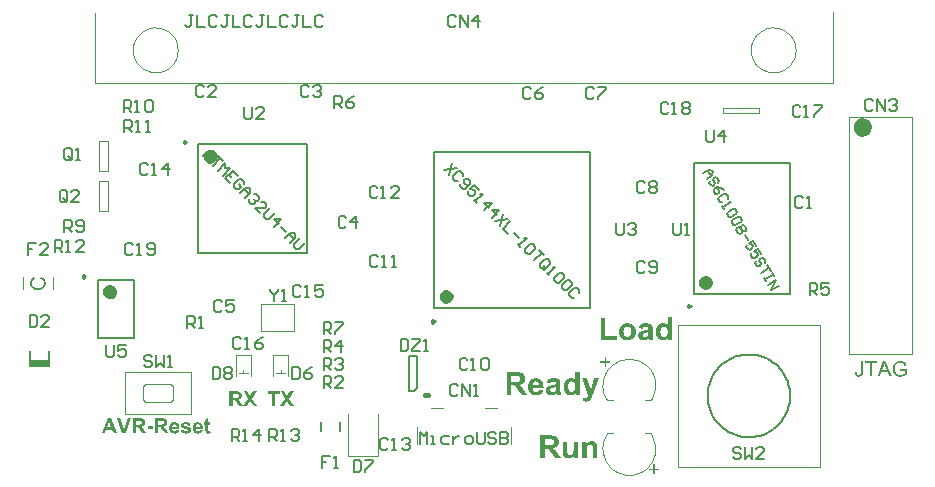
<source format=gto>
G04*
G04 #@! TF.GenerationSoftware,Altium Limited,Altium Designer,21.0.8 (223)*
G04*
G04 Layer_Color=65535*
%FSLAX25Y25*%
%MOIN*%
G70*
G04*
G04 #@! TF.SameCoordinates,2EF03790-8CE4-4C01-AD20-2104E620BB3A*
G04*
G04*
G04 #@! TF.FilePolarity,Positive*
G04*
G01*
G75*
%ADD10C,0.00591*%
%ADD11C,0.00394*%
%ADD12C,0.02362*%
%ADD13C,0.00984*%
%ADD14C,0.03937*%
%ADD15C,0.01575*%
%ADD16C,0.00787*%
%ADD17R,0.06102X0.02165*%
G36*
X193628Y33833D02*
X192285D01*
Y34635D01*
X192280Y34630D01*
X192269Y34614D01*
X192252Y34592D01*
X192225Y34559D01*
X192192Y34521D01*
X192154Y34477D01*
X192110Y34428D01*
X192061Y34373D01*
X191941Y34259D01*
X191805Y34144D01*
X191652Y34035D01*
X191575Y33980D01*
X191488Y33937D01*
X191482D01*
X191466Y33926D01*
X191444Y33915D01*
X191411Y33898D01*
X191368Y33882D01*
X191319Y33866D01*
X191264Y33844D01*
X191204Y33822D01*
X191067Y33778D01*
X190909Y33745D01*
X190745Y33718D01*
X190571Y33707D01*
X190527D01*
X190478Y33713D01*
X190412Y33718D01*
X190330Y33729D01*
X190237Y33745D01*
X190128Y33773D01*
X190014Y33800D01*
X189893Y33844D01*
X189762Y33893D01*
X189626Y33953D01*
X189489Y34029D01*
X189353Y34117D01*
X189216Y34215D01*
X189085Y34335D01*
X188954Y34466D01*
X188949Y34477D01*
X188927Y34499D01*
X188894Y34548D01*
X188851Y34608D01*
X188802Y34685D01*
X188742Y34777D01*
X188681Y34887D01*
X188621Y35018D01*
X188556Y35160D01*
X188496Y35318D01*
X188441Y35493D01*
X188387Y35678D01*
X188343Y35886D01*
X188310Y36104D01*
X188288Y36339D01*
X188283Y36585D01*
Y36590D01*
Y36601D01*
Y36617D01*
Y36645D01*
Y36677D01*
X188288Y36716D01*
Y36765D01*
X188294Y36814D01*
X188305Y36929D01*
X188316Y37065D01*
X188337Y37212D01*
X188365Y37371D01*
X188398Y37540D01*
X188441Y37715D01*
X188496Y37890D01*
X188556Y38064D01*
X188632Y38239D01*
X188720Y38403D01*
X188818Y38561D01*
X188933Y38703D01*
X188938Y38714D01*
X188965Y38736D01*
X188998Y38769D01*
X189053Y38818D01*
X189113Y38872D01*
X189195Y38932D01*
X189282Y38998D01*
X189386Y39069D01*
X189500Y39134D01*
X189626Y39200D01*
X189762Y39260D01*
X189910Y39315D01*
X190068Y39364D01*
X190232Y39397D01*
X190407Y39424D01*
X190592Y39429D01*
X190631D01*
X190680Y39424D01*
X190745Y39418D01*
X190827Y39408D01*
X190920Y39391D01*
X191024Y39364D01*
X191133Y39336D01*
X191259Y39293D01*
X191384Y39244D01*
X191515Y39184D01*
X191652Y39107D01*
X191788Y39020D01*
X191919Y38916D01*
X192050Y38801D01*
X192181Y38665D01*
Y41389D01*
X193628D01*
Y33833D01*
D02*
G37*
G36*
X198067Y34035D02*
X197718Y33085D01*
Y33079D01*
X197707Y33063D01*
X197701Y33041D01*
X197685Y33008D01*
X197669Y32965D01*
X197647Y32921D01*
X197603Y32812D01*
X197543Y32697D01*
X197483Y32572D01*
X197417Y32457D01*
X197352Y32353D01*
X197346Y32342D01*
X197325Y32309D01*
X197286Y32266D01*
X197237Y32211D01*
X197183Y32146D01*
X197117Y32075D01*
X197041Y32009D01*
X196959Y31949D01*
X196948Y31944D01*
X196921Y31922D01*
X196871Y31894D01*
X196806Y31862D01*
X196724Y31818D01*
X196631Y31780D01*
X196527Y31742D01*
X196407Y31703D01*
X196402D01*
X196391Y31698D01*
X196375Y31692D01*
X196347Y31687D01*
X196320Y31681D01*
X196282Y31676D01*
X196238Y31665D01*
X196194Y31660D01*
X196080Y31638D01*
X195954Y31627D01*
X195818Y31616D01*
X195665Y31611D01*
X195594D01*
X195556Y31616D01*
X195463D01*
X195408Y31622D01*
X195283Y31632D01*
X195146Y31649D01*
X194999Y31671D01*
X194851Y31703D01*
X194720Y32834D01*
X194726D01*
X194737Y32828D01*
X194753D01*
X194780Y32823D01*
X194808Y32817D01*
X194840Y32812D01*
X194922Y32801D01*
X195020Y32785D01*
X195119Y32774D01*
X195228Y32768D01*
X195332Y32763D01*
X195381D01*
X195414Y32768D01*
X195457Y32774D01*
X195501Y32779D01*
X195616Y32801D01*
X195736Y32834D01*
X195856Y32888D01*
X195916Y32926D01*
X195976Y32965D01*
X196025Y33008D01*
X196074Y33063D01*
X196080Y33068D01*
X196085Y33079D01*
X196096Y33096D01*
X196113Y33117D01*
X196134Y33145D01*
X196156Y33183D01*
X196184Y33221D01*
X196211Y33270D01*
X196271Y33374D01*
X196336Y33505D01*
X196396Y33653D01*
X196446Y33816D01*
X194371Y39309D01*
X195911D01*
X197215Y35416D01*
X198498Y39309D01*
X200000D01*
X198067Y34035D01*
D02*
G37*
G36*
X185040Y39424D02*
X185122D01*
X185214Y39418D01*
X185318Y39413D01*
X185427Y39402D01*
X185542Y39391D01*
X185662Y39375D01*
X185902Y39331D01*
X186017Y39309D01*
X186132Y39276D01*
X186235Y39238D01*
X186328Y39200D01*
X186334D01*
X186350Y39189D01*
X186372Y39178D01*
X186405Y39156D01*
X186443Y39134D01*
X186486Y39107D01*
X186590Y39042D01*
X186699Y38954D01*
X186809Y38856D01*
X186912Y38741D01*
X186956Y38681D01*
X186994Y38616D01*
Y38610D01*
X187005Y38599D01*
X187011Y38577D01*
X187027Y38545D01*
X187038Y38506D01*
X187054Y38452D01*
X187076Y38392D01*
X187093Y38321D01*
X187109Y38239D01*
X187131Y38141D01*
X187147Y38037D01*
X187158Y37917D01*
X187174Y37786D01*
X187180Y37644D01*
X187191Y37486D01*
Y37316D01*
X187169Y35629D01*
Y35624D01*
Y35596D01*
Y35558D01*
Y35509D01*
Y35449D01*
X187174Y35383D01*
Y35307D01*
X187180Y35225D01*
X187185Y35050D01*
X187196Y34876D01*
X187202Y34788D01*
X187213Y34706D01*
X187224Y34635D01*
X187234Y34564D01*
Y34559D01*
X187240Y34548D01*
Y34532D01*
X187251Y34504D01*
X187256Y34472D01*
X187267Y34433D01*
X187295Y34346D01*
X187327Y34237D01*
X187376Y34111D01*
X187431Y33975D01*
X187497Y33833D01*
X186066D01*
Y33838D01*
X186055Y33860D01*
X186044Y33893D01*
X186028Y33942D01*
X186006Y34002D01*
X185979Y34073D01*
X185951Y34160D01*
X185924Y34259D01*
Y34264D01*
X185919Y34280D01*
X185913Y34302D01*
X185902Y34330D01*
X185886Y34384D01*
X185880Y34406D01*
X185875Y34428D01*
X185870Y34422D01*
X185859Y34411D01*
X185837Y34395D01*
X185810Y34368D01*
X185777Y34341D01*
X185733Y34302D01*
X185689Y34264D01*
X185635Y34226D01*
X185520Y34139D01*
X185384Y34046D01*
X185236Y33964D01*
X185078Y33887D01*
X185072D01*
X185061Y33882D01*
X185034Y33871D01*
X185007Y33860D01*
X184963Y33844D01*
X184920Y33833D01*
X184865Y33816D01*
X184810Y33800D01*
X184745Y33778D01*
X184674Y33762D01*
X184521Y33735D01*
X184352Y33713D01*
X184177Y33707D01*
X184139D01*
X184095Y33713D01*
X184035D01*
X183964Y33724D01*
X183882Y33729D01*
X183795Y33745D01*
X183691Y33767D01*
X183587Y33789D01*
X183478Y33822D01*
X183369Y33855D01*
X183260Y33898D01*
X183150Y33953D01*
X183041Y34013D01*
X182938Y34084D01*
X182845Y34166D01*
X182839Y34171D01*
X182823Y34188D01*
X182801Y34215D01*
X182768Y34248D01*
X182730Y34291D01*
X182692Y34346D01*
X182648Y34411D01*
X182604Y34482D01*
X182555Y34564D01*
X182512Y34652D01*
X182473Y34745D01*
X182435Y34848D01*
X182402Y34958D01*
X182381Y35072D01*
X182364Y35198D01*
X182359Y35323D01*
Y35329D01*
Y35345D01*
Y35367D01*
X182364Y35400D01*
Y35443D01*
X182370Y35487D01*
X182375Y35542D01*
X182386Y35602D01*
X182413Y35727D01*
X182452Y35869D01*
X182506Y36011D01*
X182577Y36148D01*
X182583Y36153D01*
X182588Y36164D01*
X182599Y36181D01*
X182621Y36208D01*
X182670Y36273D01*
X182741Y36355D01*
X182828Y36443D01*
X182932Y36536D01*
X183058Y36628D01*
X183200Y36705D01*
X183205D01*
X183216Y36716D01*
X183243Y36727D01*
X183276Y36737D01*
X183314Y36754D01*
X183363Y36776D01*
X183423Y36798D01*
X183494Y36819D01*
X183571Y36847D01*
X183658Y36874D01*
X183751Y36901D01*
X183855Y36929D01*
X183964Y36961D01*
X184084Y36989D01*
X184215Y37016D01*
X184352Y37043D01*
X184363D01*
X184395Y37054D01*
X184450Y37060D01*
X184515Y37076D01*
X184597Y37092D01*
X184696Y37114D01*
X184799Y37136D01*
X184909Y37158D01*
X185143Y37218D01*
X185373Y37278D01*
X185482Y37305D01*
X185586Y37338D01*
X185678Y37371D01*
X185760Y37404D01*
Y37546D01*
Y37551D01*
Y37562D01*
Y37584D01*
X185755Y37611D01*
Y37649D01*
X185749Y37688D01*
X185733Y37775D01*
X185711Y37873D01*
X185673Y37971D01*
X185624Y38064D01*
X185591Y38102D01*
X185553Y38141D01*
X185542Y38146D01*
X185531Y38157D01*
X185509Y38168D01*
X185487Y38184D01*
X185455Y38195D01*
X185422Y38212D01*
X185378Y38234D01*
X185329Y38250D01*
X185269Y38266D01*
X185209Y38277D01*
X185138Y38294D01*
X185056Y38304D01*
X184969Y38315D01*
X184876Y38321D01*
X184706D01*
X184674Y38315D01*
X184636D01*
X184554Y38304D01*
X184455Y38283D01*
X184352Y38255D01*
X184253Y38217D01*
X184166Y38168D01*
X184155Y38163D01*
X184133Y38141D01*
X184090Y38097D01*
X184046Y38043D01*
X183991Y37971D01*
X183931Y37879D01*
X183877Y37764D01*
X183822Y37633D01*
X182506Y37868D01*
X182512Y37879D01*
X182517Y37901D01*
X182528Y37944D01*
X182550Y37999D01*
X182572Y38064D01*
X182604Y38141D01*
X182643Y38223D01*
X182681Y38310D01*
X182730Y38408D01*
X182790Y38501D01*
X182850Y38599D01*
X182921Y38698D01*
X182992Y38791D01*
X183080Y38883D01*
X183167Y38965D01*
X183265Y39042D01*
X183271Y39047D01*
X183292Y39058D01*
X183325Y39080D01*
X183369Y39102D01*
X183423Y39129D01*
X183494Y39162D01*
X183576Y39200D01*
X183675Y39238D01*
X183778Y39271D01*
X183898Y39309D01*
X184035Y39342D01*
X184177Y39369D01*
X184335Y39391D01*
X184504Y39413D01*
X184685Y39424D01*
X184881Y39429D01*
X184974D01*
X185040Y39424D01*
D02*
G37*
G36*
X172667Y41384D02*
X172771D01*
X172886Y41379D01*
X173011Y41373D01*
X173148Y41362D01*
X173290Y41351D01*
X173432Y41340D01*
X173726Y41302D01*
X173863Y41280D01*
X173994Y41253D01*
X174120Y41220D01*
X174229Y41182D01*
X174234D01*
X174251Y41171D01*
X174283Y41160D01*
X174322Y41144D01*
X174365Y41122D01*
X174420Y41089D01*
X174480Y41056D01*
X174546Y41018D01*
X174617Y40969D01*
X174687Y40914D01*
X174758Y40854D01*
X174835Y40789D01*
X174906Y40718D01*
X174977Y40636D01*
X175042Y40549D01*
X175108Y40456D01*
X175113Y40450D01*
X175124Y40434D01*
X175141Y40401D01*
X175162Y40363D01*
X175184Y40314D01*
X175212Y40259D01*
X175244Y40188D01*
X175277Y40112D01*
X175304Y40030D01*
X175337Y39937D01*
X175364Y39839D01*
X175392Y39735D01*
X175408Y39626D01*
X175425Y39511D01*
X175435Y39397D01*
X175441Y39271D01*
Y39260D01*
Y39233D01*
X175435Y39189D01*
Y39129D01*
X175425Y39058D01*
X175414Y38971D01*
X175397Y38878D01*
X175381Y38774D01*
X175354Y38665D01*
X175321Y38550D01*
X175277Y38436D01*
X175228Y38315D01*
X175173Y38201D01*
X175102Y38081D01*
X175026Y37971D01*
X174939Y37862D01*
X174933Y37857D01*
X174917Y37840D01*
X174884Y37813D01*
X174846Y37775D01*
X174791Y37731D01*
X174731Y37682D01*
X174655Y37628D01*
X174567Y37567D01*
X174464Y37507D01*
X174354Y37453D01*
X174234Y37393D01*
X174098Y37338D01*
X173950Y37284D01*
X173792Y37240D01*
X173623Y37202D01*
X173443Y37169D01*
X173448Y37163D01*
X173464Y37158D01*
X173492Y37142D01*
X173524Y37120D01*
X173568Y37092D01*
X173617Y37060D01*
X173672Y37021D01*
X173732Y36983D01*
X173863Y36885D01*
X174000Y36776D01*
X174136Y36656D01*
X174262Y36530D01*
X174267Y36525D01*
X174278Y36514D01*
X174294Y36492D01*
X174322Y36465D01*
X174354Y36426D01*
X174393Y36377D01*
X174436Y36317D01*
X174491Y36246D01*
X174551Y36170D01*
X174617Y36082D01*
X174687Y35979D01*
X174764Y35869D01*
X174846Y35744D01*
X174933Y35613D01*
X175031Y35465D01*
X175130Y35307D01*
X176052Y33833D01*
X174223D01*
X173126Y35476D01*
X173120Y35487D01*
X173099Y35515D01*
X173071Y35558D01*
X173033Y35618D01*
X172984Y35689D01*
X172929Y35766D01*
X172869Y35853D01*
X172804Y35946D01*
X172667Y36132D01*
X172602Y36224D01*
X172536Y36317D01*
X172476Y36399D01*
X172416Y36470D01*
X172362Y36536D01*
X172318Y36585D01*
X172307Y36595D01*
X172280Y36623D01*
X172236Y36661D01*
X172181Y36710D01*
X172110Y36765D01*
X172034Y36814D01*
X171952Y36863D01*
X171859Y36901D01*
X171848Y36907D01*
X171832Y36912D01*
X171816Y36918D01*
X171788Y36923D01*
X171755Y36929D01*
X171717Y36939D01*
X171674Y36945D01*
X171624Y36956D01*
X171570Y36961D01*
X171504Y36967D01*
X171433Y36978D01*
X171362Y36983D01*
X171280D01*
X171188Y36989D01*
X170789D01*
Y33833D01*
X169266D01*
Y41389D01*
X172585D01*
X172667Y41384D01*
D02*
G37*
G36*
X179039Y39424D02*
X179072D01*
X179159Y39418D01*
X179263Y39408D01*
X179378Y39386D01*
X179514Y39364D01*
X179656Y39331D01*
X179804Y39287D01*
X179962Y39233D01*
X180120Y39167D01*
X180284Y39091D01*
X180442Y38998D01*
X180595Y38889D01*
X180743Y38763D01*
X180879Y38621D01*
X180885Y38610D01*
X180912Y38583D01*
X180945Y38534D01*
X180988Y38468D01*
X181043Y38381D01*
X181103Y38277D01*
X181163Y38152D01*
X181228Y38010D01*
X181294Y37846D01*
X181360Y37660D01*
X181414Y37458D01*
X181469Y37234D01*
X181507Y36994D01*
X181540Y36732D01*
X181556Y36448D01*
X181562Y36148D01*
X177931D01*
Y36142D01*
Y36121D01*
X177936Y36088D01*
Y36044D01*
X177942Y35989D01*
X177953Y35924D01*
X177963Y35858D01*
X177980Y35782D01*
X178018Y35618D01*
X178045Y35536D01*
X178078Y35454D01*
X178122Y35372D01*
X178165Y35291D01*
X178215Y35214D01*
X178275Y35143D01*
X178280Y35138D01*
X178291Y35127D01*
X178307Y35110D01*
X178335Y35089D01*
X178367Y35061D01*
X178411Y35028D01*
X178455Y35001D01*
X178509Y34969D01*
X178564Y34930D01*
X178630Y34903D01*
X178771Y34843D01*
X178853Y34821D01*
X178935Y34805D01*
X179023Y34794D01*
X179115Y34788D01*
X179148D01*
X179176Y34794D01*
X179236Y34799D01*
X179317Y34810D01*
X179405Y34832D01*
X179503Y34865D01*
X179596Y34908D01*
X179689Y34969D01*
X179694D01*
X179700Y34979D01*
X179727Y35007D01*
X179771Y35050D01*
X179820Y35116D01*
X179880Y35198D01*
X179940Y35302D01*
X179995Y35422D01*
X180044Y35569D01*
X181485Y35329D01*
X181480Y35318D01*
X181474Y35296D01*
X181458Y35252D01*
X181430Y35198D01*
X181403Y35132D01*
X181365Y35056D01*
X181321Y34969D01*
X181267Y34881D01*
X181212Y34783D01*
X181147Y34685D01*
X181070Y34581D01*
X180994Y34482D01*
X180906Y34384D01*
X180814Y34286D01*
X180710Y34199D01*
X180601Y34117D01*
X180595Y34111D01*
X180573Y34100D01*
X180541Y34078D01*
X180491Y34051D01*
X180431Y34024D01*
X180366Y33986D01*
X180279Y33953D01*
X180186Y33915D01*
X180082Y33876D01*
X179973Y33838D01*
X179847Y33800D01*
X179716Y33773D01*
X179574Y33745D01*
X179421Y33724D01*
X179263Y33713D01*
X179099Y33707D01*
X179039D01*
X179001Y33713D01*
X178963D01*
X178919Y33718D01*
X178864Y33724D01*
X178744Y33735D01*
X178613Y33756D01*
X178460Y33784D01*
X178296Y33822D01*
X178127Y33871D01*
X177953Y33937D01*
X177778Y34007D01*
X177603Y34100D01*
X177434Y34204D01*
X177276Y34330D01*
X177123Y34472D01*
X176986Y34635D01*
X176981Y34646D01*
X176964Y34668D01*
X176937Y34712D01*
X176904Y34772D01*
X176860Y34843D01*
X176817Y34930D01*
X176768Y35034D01*
X176719Y35154D01*
X176664Y35285D01*
X176615Y35427D01*
X176571Y35580D01*
X176533Y35749D01*
X176495Y35924D01*
X176467Y36115D01*
X176451Y36317D01*
X176446Y36525D01*
Y36530D01*
Y36541D01*
Y36557D01*
Y36585D01*
X176451Y36617D01*
Y36656D01*
Y36699D01*
X176456Y36748D01*
X176467Y36863D01*
X176484Y36994D01*
X176506Y37142D01*
X176533Y37300D01*
X176571Y37469D01*
X176620Y37644D01*
X176675Y37819D01*
X176746Y37999D01*
X176828Y38173D01*
X176921Y38343D01*
X177030Y38501D01*
X177155Y38654D01*
X177166Y38665D01*
X177188Y38687D01*
X177226Y38725D01*
X177281Y38774D01*
X177352Y38834D01*
X177439Y38900D01*
X177538Y38971D01*
X177647Y39042D01*
X177772Y39113D01*
X177909Y39184D01*
X178056Y39249D01*
X178215Y39309D01*
X178384Y39358D01*
X178564Y39397D01*
X178755Y39418D01*
X178957Y39429D01*
X179012D01*
X179039Y39424D01*
D02*
G37*
G36*
X197780Y18375D02*
X197829Y18370D01*
X197884Y18365D01*
X197944Y18359D01*
X198080Y18337D01*
X198228Y18310D01*
X198375Y18266D01*
X198528Y18206D01*
X198534D01*
X198545Y18201D01*
X198566Y18190D01*
X198594Y18173D01*
X198626Y18157D01*
X198665Y18135D01*
X198752Y18086D01*
X198850Y18021D01*
X198949Y17944D01*
X199047Y17862D01*
X199129Y17764D01*
Y17759D01*
X199140Y17753D01*
X199151Y17737D01*
X199162Y17715D01*
X199200Y17660D01*
X199243Y17589D01*
X199293Y17496D01*
X199336Y17398D01*
X199380Y17284D01*
X199418Y17158D01*
Y17153D01*
X199424Y17142D01*
Y17125D01*
X199429Y17098D01*
X199440Y17060D01*
X199445Y17016D01*
X199451Y16967D01*
X199462Y16907D01*
X199467Y16841D01*
X199473Y16770D01*
X199484Y16688D01*
X199489Y16601D01*
X199495Y16508D01*
Y16404D01*
X199500Y16295D01*
Y16181D01*
Y12785D01*
X198053D01*
Y15574D01*
Y15586D01*
Y15613D01*
Y15656D01*
Y15717D01*
X198048Y15788D01*
Y15869D01*
Y15957D01*
X198042Y16049D01*
X198031Y16241D01*
X198020Y16339D01*
X198009Y16432D01*
X197998Y16519D01*
X197988Y16596D01*
X197971Y16667D01*
X197955Y16721D01*
Y16727D01*
X197949Y16732D01*
X197938Y16765D01*
X197917Y16814D01*
X197884Y16869D01*
X197840Y16934D01*
X197791Y17005D01*
X197725Y17065D01*
X197654Y17125D01*
X197644Y17131D01*
X197616Y17147D01*
X197573Y17174D01*
X197513Y17202D01*
X197442Y17223D01*
X197354Y17251D01*
X197256Y17267D01*
X197152Y17273D01*
X197114D01*
X197087Y17267D01*
X197054D01*
X197016Y17262D01*
X196923Y17245D01*
X196819Y17223D01*
X196704Y17185D01*
X196584Y17136D01*
X196470Y17065D01*
X196464D01*
X196459Y17054D01*
X196442Y17043D01*
X196421Y17027D01*
X196371Y16983D01*
X196306Y16918D01*
X196240Y16841D01*
X196169Y16743D01*
X196109Y16634D01*
X196060Y16514D01*
Y16508D01*
X196055Y16497D01*
X196049Y16475D01*
X196044Y16448D01*
X196033Y16410D01*
X196027Y16361D01*
X196017Y16301D01*
X196006Y16230D01*
X195995Y16148D01*
X195984Y16060D01*
X195978Y15957D01*
X195967Y15842D01*
X195962Y15717D01*
X195957Y15574D01*
X195951Y15422D01*
Y15258D01*
Y12785D01*
X194504D01*
Y18261D01*
X195847D01*
Y17453D01*
X195858Y17464D01*
X195880Y17491D01*
X195918Y17540D01*
X195978Y17600D01*
X196049Y17666D01*
X196131Y17748D01*
X196230Y17830D01*
X196344Y17917D01*
X196464Y18004D01*
X196601Y18086D01*
X196754Y18168D01*
X196912Y18234D01*
X197081Y18294D01*
X197261Y18343D01*
X197452Y18370D01*
X197654Y18381D01*
X197736D01*
X197780Y18375D01*
D02*
G37*
G36*
X193019Y12785D02*
X191676D01*
Y13603D01*
X191670Y13598D01*
X191659Y13582D01*
X191643Y13560D01*
X191621Y13532D01*
X191594Y13494D01*
X191556Y13451D01*
X191512Y13401D01*
X191463Y13352D01*
X191408Y13298D01*
X191348Y13238D01*
X191217Y13123D01*
X191059Y13014D01*
X190884Y12910D01*
X190879D01*
X190862Y12899D01*
X190835Y12888D01*
X190802Y12872D01*
X190753Y12850D01*
X190704Y12828D01*
X190644Y12806D01*
X190573Y12785D01*
X190502Y12763D01*
X190420Y12741D01*
X190245Y12697D01*
X190060Y12670D01*
X189956Y12664D01*
X189858Y12659D01*
X189803D01*
X189765Y12664D01*
X189716D01*
X189661Y12670D01*
X189596Y12681D01*
X189525Y12692D01*
X189372Y12719D01*
X189208Y12763D01*
X189033Y12823D01*
X188946Y12855D01*
X188864Y12899D01*
X188858Y12905D01*
X188847Y12910D01*
X188820Y12926D01*
X188793Y12943D01*
X188755Y12970D01*
X188716Y12997D01*
X188624Y13074D01*
X188520Y13172D01*
X188411Y13287D01*
X188312Y13423D01*
X188269Y13494D01*
X188231Y13576D01*
Y13582D01*
X188225Y13598D01*
X188214Y13620D01*
X188203Y13658D01*
X188187Y13702D01*
X188171Y13756D01*
X188154Y13822D01*
X188138Y13893D01*
X188116Y13975D01*
X188100Y14068D01*
X188083Y14166D01*
X188072Y14275D01*
X188056Y14395D01*
X188050Y14521D01*
X188040Y14652D01*
Y14794D01*
Y18261D01*
X189486D01*
Y15744D01*
Y15738D01*
Y15733D01*
Y15717D01*
Y15695D01*
Y15635D01*
Y15558D01*
Y15471D01*
X189492Y15367D01*
Y15252D01*
X189497Y15138D01*
X189503Y14892D01*
X189514Y14772D01*
X189519Y14663D01*
X189530Y14559D01*
X189535Y14466D01*
X189552Y14390D01*
X189563Y14330D01*
Y14324D01*
X189568Y14319D01*
X189579Y14286D01*
X189601Y14237D01*
X189628Y14182D01*
X189672Y14111D01*
X189721Y14046D01*
X189781Y13975D01*
X189852Y13915D01*
X189863Y13909D01*
X189890Y13893D01*
X189939Y13866D01*
X190000Y13844D01*
X190076Y13816D01*
X190169Y13789D01*
X190278Y13773D01*
X190393Y13767D01*
X190431D01*
X190458Y13773D01*
X190486D01*
X190524Y13778D01*
X190617Y13795D01*
X190720Y13816D01*
X190830Y13855D01*
X190944Y13904D01*
X191059Y13969D01*
X191064D01*
X191070Y13980D01*
X191086Y13991D01*
X191108Y14007D01*
X191157Y14051D01*
X191223Y14106D01*
X191288Y14182D01*
X191354Y14264D01*
X191414Y14362D01*
X191463Y14472D01*
Y14477D01*
X191468Y14488D01*
X191474Y14510D01*
X191479Y14537D01*
X191490Y14575D01*
X191496Y14630D01*
X191507Y14690D01*
X191517Y14772D01*
X191528Y14859D01*
X191539Y14963D01*
X191545Y15083D01*
X191556Y15225D01*
X191561Y15378D01*
X191567Y15547D01*
X191572Y15738D01*
Y15951D01*
Y18261D01*
X193019D01*
Y12785D01*
D02*
G37*
G36*
X183868Y20336D02*
X183972D01*
X184086Y20330D01*
X184212Y20325D01*
X184348Y20314D01*
X184491Y20303D01*
X184632Y20292D01*
X184927Y20254D01*
X185064Y20232D01*
X185195Y20205D01*
X185320Y20172D01*
X185430Y20134D01*
X185435D01*
X185451Y20123D01*
X185484Y20112D01*
X185522Y20095D01*
X185566Y20074D01*
X185621Y20041D01*
X185681Y20008D01*
X185746Y19970D01*
X185817Y19921D01*
X185888Y19866D01*
X185959Y19806D01*
X186036Y19740D01*
X186107Y19669D01*
X186178Y19588D01*
X186243Y19500D01*
X186309Y19408D01*
X186314Y19402D01*
X186325Y19386D01*
X186341Y19353D01*
X186363Y19315D01*
X186385Y19265D01*
X186412Y19211D01*
X186445Y19140D01*
X186478Y19063D01*
X186505Y18982D01*
X186538Y18889D01*
X186565Y18790D01*
X186593Y18687D01*
X186609Y18577D01*
X186625Y18463D01*
X186636Y18348D01*
X186642Y18223D01*
Y18212D01*
Y18184D01*
X186636Y18141D01*
Y18081D01*
X186625Y18010D01*
X186614Y17922D01*
X186598Y17830D01*
X186582Y17726D01*
X186554Y17617D01*
X186522Y17502D01*
X186478Y17387D01*
X186429Y17267D01*
X186374Y17153D01*
X186303Y17032D01*
X186227Y16923D01*
X186139Y16814D01*
X186134Y16808D01*
X186117Y16792D01*
X186085Y16765D01*
X186047Y16727D01*
X185992Y16683D01*
X185932Y16634D01*
X185855Y16579D01*
X185768Y16519D01*
X185664Y16459D01*
X185555Y16404D01*
X185435Y16344D01*
X185299Y16290D01*
X185151Y16235D01*
X184993Y16192D01*
X184824Y16153D01*
X184643Y16120D01*
X184649Y16115D01*
X184665Y16110D01*
X184693Y16093D01*
X184725Y16071D01*
X184769Y16044D01*
X184818Y16011D01*
X184873Y15973D01*
X184933Y15935D01*
X185064Y15837D01*
X185200Y15727D01*
X185337Y15607D01*
X185462Y15482D01*
X185468Y15476D01*
X185479Y15465D01*
X185495Y15443D01*
X185522Y15416D01*
X185555Y15378D01*
X185593Y15329D01*
X185637Y15269D01*
X185692Y15198D01*
X185752Y15121D01*
X185817Y15034D01*
X185888Y14930D01*
X185965Y14821D01*
X186047Y14695D01*
X186134Y14564D01*
X186232Y14417D01*
X186330Y14259D01*
X187253Y12785D01*
X185424D01*
X184327Y14428D01*
X184321Y14439D01*
X184299Y14466D01*
X184272Y14510D01*
X184234Y14570D01*
X184185Y14641D01*
X184130Y14717D01*
X184070Y14805D01*
X184004Y14897D01*
X183868Y15083D01*
X183802Y15176D01*
X183737Y15269D01*
X183677Y15351D01*
X183617Y15422D01*
X183562Y15487D01*
X183519Y15536D01*
X183508Y15547D01*
X183480Y15574D01*
X183437Y15613D01*
X183382Y15662D01*
X183311Y15717D01*
X183235Y15766D01*
X183153Y15815D01*
X183060Y15853D01*
X183049Y15858D01*
X183033Y15864D01*
X183016Y15869D01*
X182989Y15875D01*
X182956Y15880D01*
X182918Y15891D01*
X182874Y15897D01*
X182825Y15908D01*
X182771Y15913D01*
X182705Y15919D01*
X182634Y15929D01*
X182563Y15935D01*
X182481D01*
X182388Y15940D01*
X181990D01*
Y12785D01*
X180466D01*
Y20341D01*
X183786D01*
X183868Y20336D01*
D02*
G37*
G36*
X84386Y32606D02*
X86123Y29981D01*
X84900D01*
X83782Y31685D01*
X82661Y29981D01*
X81442D01*
X83185Y32602D01*
X81602Y35019D01*
X82792D01*
X83790Y33508D01*
X84791Y35019D01*
X85970D01*
X84386Y32606D01*
D02*
G37*
G36*
X79145Y35015D02*
X79214D01*
X79290Y35012D01*
X79374Y35008D01*
X79465Y35001D01*
X79560Y34993D01*
X79655Y34986D01*
X79851Y34961D01*
X79942Y34946D01*
X80029Y34928D01*
X80113Y34906D01*
X80186Y34881D01*
X80190D01*
X80200Y34873D01*
X80222Y34866D01*
X80248Y34855D01*
X80277Y34841D01*
X80313Y34819D01*
X80353Y34797D01*
X80397Y34771D01*
X80444Y34739D01*
X80492Y34702D01*
X80539Y34662D01*
X80590Y34618D01*
X80637Y34571D01*
X80685Y34517D01*
X80728Y34458D01*
X80772Y34396D01*
X80776Y34393D01*
X80783Y34382D01*
X80794Y34360D01*
X80808Y34335D01*
X80823Y34302D01*
X80841Y34265D01*
X80863Y34218D01*
X80885Y34167D01*
X80903Y34113D01*
X80925Y34051D01*
X80943Y33985D01*
X80961Y33916D01*
X80972Y33843D01*
X80983Y33767D01*
X80990Y33690D01*
X80994Y33607D01*
Y33599D01*
Y33581D01*
X80990Y33552D01*
Y33512D01*
X80983Y33465D01*
X80976Y33406D01*
X80965Y33345D01*
X80954Y33275D01*
X80936Y33202D01*
X80914Y33126D01*
X80885Y33050D01*
X80852Y32970D01*
X80816Y32893D01*
X80768Y32813D01*
X80717Y32740D01*
X80659Y32667D01*
X80655Y32664D01*
X80645Y32653D01*
X80623Y32635D01*
X80597Y32609D01*
X80561Y32580D01*
X80521Y32547D01*
X80470Y32511D01*
X80412Y32471D01*
X80343Y32431D01*
X80270Y32394D01*
X80190Y32354D01*
X80099Y32318D01*
X80000Y32282D01*
X79895Y32252D01*
X79782Y32227D01*
X79662Y32205D01*
X79665Y32201D01*
X79676Y32198D01*
X79695Y32187D01*
X79716Y32172D01*
X79746Y32154D01*
X79778Y32132D01*
X79815Y32107D01*
X79855Y32081D01*
X79942Y32016D01*
X80033Y31943D01*
X80124Y31863D01*
X80208Y31779D01*
X80211Y31776D01*
X80219Y31768D01*
X80230Y31754D01*
X80248Y31736D01*
X80270Y31710D01*
X80295Y31677D01*
X80324Y31637D01*
X80361Y31590D01*
X80401Y31539D01*
X80444Y31481D01*
X80492Y31412D01*
X80543Y31339D01*
X80597Y31255D01*
X80655Y31168D01*
X80721Y31069D01*
X80787Y30964D01*
X81402Y29981D01*
X80182D01*
X79451Y31077D01*
X79447Y31084D01*
X79432Y31102D01*
X79414Y31131D01*
X79389Y31171D01*
X79356Y31219D01*
X79320Y31270D01*
X79280Y31328D01*
X79236Y31390D01*
X79145Y31514D01*
X79101Y31575D01*
X79058Y31637D01*
X79018Y31692D01*
X78978Y31739D01*
X78941Y31783D01*
X78912Y31816D01*
X78905Y31823D01*
X78886Y31841D01*
X78857Y31867D01*
X78821Y31899D01*
X78774Y31936D01*
X78723Y31969D01*
X78668Y32001D01*
X78606Y32027D01*
X78599Y32030D01*
X78588Y32034D01*
X78577Y32038D01*
X78559Y32041D01*
X78537Y32045D01*
X78512Y32052D01*
X78482Y32056D01*
X78450Y32063D01*
X78413Y32067D01*
X78370Y32070D01*
X78322Y32078D01*
X78275Y32081D01*
X78220D01*
X78158Y32085D01*
X77893D01*
Y29981D01*
X76877D01*
Y35019D01*
X79090D01*
X79145Y35015D01*
D02*
G37*
G36*
X224394Y52127D02*
X223050D01*
Y52930D01*
X223045Y52924D01*
X223034Y52908D01*
X223018Y52886D01*
X222990Y52853D01*
X222958Y52815D01*
X222920Y52771D01*
X222876Y52722D01*
X222827Y52667D01*
X222707Y52553D01*
X222570Y52438D01*
X222417Y52329D01*
X222341Y52274D01*
X222253Y52231D01*
X222248D01*
X222232Y52220D01*
X222210Y52209D01*
X222177Y52192D01*
X222133Y52176D01*
X222084Y52160D01*
X222029Y52138D01*
X221970Y52116D01*
X221833Y52072D01*
X221675Y52040D01*
X221511Y52012D01*
X221336Y52001D01*
X221292D01*
X221243Y52007D01*
X221178Y52012D01*
X221096Y52023D01*
X221003Y52040D01*
X220894Y52067D01*
X220779Y52094D01*
X220659Y52138D01*
X220528Y52187D01*
X220392Y52247D01*
X220255Y52324D01*
X220118Y52411D01*
X219982Y52509D01*
X219851Y52629D01*
X219720Y52760D01*
X219714Y52771D01*
X219693Y52793D01*
X219660Y52842D01*
X219616Y52902D01*
X219567Y52979D01*
X219507Y53072D01*
X219447Y53181D01*
X219387Y53312D01*
X219321Y53454D01*
X219261Y53612D01*
X219207Y53787D01*
X219152Y53973D01*
X219108Y54180D01*
X219076Y54398D01*
X219054Y54633D01*
X219048Y54879D01*
Y54884D01*
Y54895D01*
Y54912D01*
Y54939D01*
Y54972D01*
X219054Y55010D01*
Y55059D01*
X219059Y55108D01*
X219070Y55223D01*
X219081Y55359D01*
X219103Y55507D01*
X219130Y55665D01*
X219163Y55834D01*
X219207Y56009D01*
X219261Y56184D01*
X219321Y56358D01*
X219398Y56533D01*
X219485Y56697D01*
X219583Y56855D01*
X219698Y56997D01*
X219704Y57008D01*
X219731Y57030D01*
X219764Y57063D01*
X219818Y57112D01*
X219878Y57167D01*
X219960Y57227D01*
X220047Y57292D01*
X220151Y57363D01*
X220266Y57429D01*
X220392Y57494D01*
X220528Y57554D01*
X220675Y57609D01*
X220834Y57658D01*
X220998Y57691D01*
X221172Y57718D01*
X221358Y57723D01*
X221396D01*
X221445Y57718D01*
X221511Y57713D01*
X221593Y57702D01*
X221686Y57685D01*
X221789Y57658D01*
X221899Y57631D01*
X222024Y57587D01*
X222150Y57538D01*
X222281Y57478D01*
X222417Y57401D01*
X222554Y57314D01*
X222685Y57210D01*
X222816Y57096D01*
X222947Y56959D01*
Y59684D01*
X224394D01*
Y52127D01*
D02*
G37*
G36*
X215805Y57718D02*
X215887D01*
X215980Y57713D01*
X216084Y57707D01*
X216193Y57696D01*
X216307Y57685D01*
X216428Y57669D01*
X216668Y57625D01*
X216782Y57603D01*
X216897Y57571D01*
X217001Y57532D01*
X217094Y57494D01*
X217099D01*
X217115Y57483D01*
X217137Y57472D01*
X217170Y57450D01*
X217208Y57429D01*
X217252Y57401D01*
X217356Y57336D01*
X217465Y57249D01*
X217574Y57150D01*
X217678Y57035D01*
X217722Y56976D01*
X217760Y56910D01*
Y56905D01*
X217771Y56894D01*
X217776Y56872D01*
X217793Y56839D01*
X217804Y56801D01*
X217820Y56746D01*
X217842Y56686D01*
X217858Y56615D01*
X217875Y56533D01*
X217896Y56435D01*
X217913Y56331D01*
X217924Y56211D01*
X217940Y56080D01*
X217945Y55938D01*
X217956Y55780D01*
Y55611D01*
X217934Y53923D01*
Y53918D01*
Y53891D01*
Y53852D01*
Y53803D01*
Y53743D01*
X217940Y53678D01*
Y53601D01*
X217945Y53519D01*
X217951Y53345D01*
X217962Y53170D01*
X217967Y53083D01*
X217978Y53001D01*
X217989Y52930D01*
X218000Y52859D01*
Y52853D01*
X218005Y52842D01*
Y52826D01*
X218016Y52799D01*
X218022Y52766D01*
X218033Y52728D01*
X218060Y52640D01*
X218093Y52531D01*
X218142Y52405D01*
X218197Y52269D01*
X218262Y52127D01*
X216832D01*
Y52132D01*
X216821Y52154D01*
X216810Y52187D01*
X216793Y52236D01*
X216772Y52296D01*
X216744Y52367D01*
X216717Y52455D01*
X216690Y52553D01*
Y52558D01*
X216684Y52575D01*
X216679Y52597D01*
X216668Y52624D01*
X216651Y52678D01*
X216646Y52700D01*
X216640Y52722D01*
X216635Y52717D01*
X216624Y52706D01*
X216602Y52689D01*
X216575Y52662D01*
X216542Y52635D01*
X216498Y52597D01*
X216455Y52558D01*
X216400Y52520D01*
X216286Y52433D01*
X216149Y52340D01*
X216002Y52258D01*
X215843Y52182D01*
X215838D01*
X215827Y52176D01*
X215800Y52165D01*
X215772Y52154D01*
X215729Y52138D01*
X215685Y52127D01*
X215630Y52111D01*
X215576Y52094D01*
X215510Y52072D01*
X215439Y52056D01*
X215286Y52029D01*
X215117Y52007D01*
X214942Y52001D01*
X214904D01*
X214861Y52007D01*
X214801D01*
X214729Y52018D01*
X214648Y52023D01*
X214560Y52040D01*
X214457Y52061D01*
X214353Y52083D01*
X214244Y52116D01*
X214134Y52149D01*
X214025Y52192D01*
X213916Y52247D01*
X213807Y52307D01*
X213703Y52378D01*
X213610Y52460D01*
X213605Y52465D01*
X213588Y52482D01*
X213566Y52509D01*
X213534Y52542D01*
X213495Y52586D01*
X213457Y52640D01*
X213414Y52706D01*
X213370Y52777D01*
X213321Y52859D01*
X213277Y52946D01*
X213239Y53039D01*
X213201Y53143D01*
X213168Y53252D01*
X213146Y53366D01*
X213130Y53492D01*
X213124Y53618D01*
Y53623D01*
Y53639D01*
Y53661D01*
X213130Y53694D01*
Y53738D01*
X213135Y53781D01*
X213141Y53836D01*
X213152Y53896D01*
X213179Y54022D01*
X213217Y54164D01*
X213272Y54305D01*
X213343Y54442D01*
X213348Y54448D01*
X213354Y54458D01*
X213365Y54475D01*
X213386Y54502D01*
X213436Y54568D01*
X213507Y54650D01*
X213594Y54737D01*
X213698Y54830D01*
X213823Y54922D01*
X213965Y54999D01*
X213971D01*
X213982Y55010D01*
X214009Y55021D01*
X214041Y55032D01*
X214080Y55048D01*
X214129Y55070D01*
X214189Y55092D01*
X214260Y55114D01*
X214336Y55141D01*
X214424Y55168D01*
X214517Y55195D01*
X214620Y55223D01*
X214729Y55256D01*
X214850Y55283D01*
X214981Y55310D01*
X215117Y55338D01*
X215128D01*
X215161Y55348D01*
X215215Y55354D01*
X215281Y55370D01*
X215363Y55387D01*
X215461Y55409D01*
X215565Y55430D01*
X215674Y55452D01*
X215909Y55512D01*
X216138Y55572D01*
X216247Y55599D01*
X216351Y55632D01*
X216444Y55665D01*
X216526Y55698D01*
Y55840D01*
Y55845D01*
Y55856D01*
Y55878D01*
X216520Y55905D01*
Y55944D01*
X216515Y55982D01*
X216498Y56069D01*
X216477Y56167D01*
X216439Y56266D01*
X216389Y56358D01*
X216357Y56397D01*
X216318Y56435D01*
X216307Y56440D01*
X216297Y56451D01*
X216275Y56462D01*
X216253Y56479D01*
X216220Y56489D01*
X216187Y56506D01*
X216144Y56528D01*
X216094Y56544D01*
X216034Y56560D01*
X215974Y56571D01*
X215903Y56588D01*
X215822Y56599D01*
X215734Y56610D01*
X215641Y56615D01*
X215472D01*
X215439Y56610D01*
X215401D01*
X215319Y56599D01*
X215221Y56577D01*
X215117Y56550D01*
X215019Y56511D01*
X214932Y56462D01*
X214921Y56457D01*
X214899Y56435D01*
X214855Y56391D01*
X214811Y56337D01*
X214757Y56266D01*
X214697Y56173D01*
X214642Y56058D01*
X214587Y55927D01*
X213272Y56162D01*
X213277Y56173D01*
X213283Y56195D01*
X213294Y56238D01*
X213315Y56293D01*
X213337Y56358D01*
X213370Y56435D01*
X213408Y56517D01*
X213446Y56604D01*
X213495Y56703D01*
X213556Y56795D01*
X213616Y56894D01*
X213687Y56992D01*
X213758Y57085D01*
X213845Y57178D01*
X213932Y57259D01*
X214031Y57336D01*
X214036Y57341D01*
X214058Y57352D01*
X214091Y57374D01*
X214134Y57396D01*
X214189Y57423D01*
X214260Y57456D01*
X214342Y57494D01*
X214440Y57532D01*
X214544Y57565D01*
X214664Y57603D01*
X214801Y57636D01*
X214942Y57663D01*
X215101Y57685D01*
X215270Y57707D01*
X215450Y57718D01*
X215647Y57723D01*
X215740D01*
X215805Y57718D01*
D02*
G37*
G36*
X202182Y53405D02*
X205977D01*
Y52127D01*
X200659D01*
Y59618D01*
X202182D01*
Y53405D01*
D02*
G37*
G36*
X209624Y57718D02*
X209657D01*
X209745Y57713D01*
X209848Y57702D01*
X209974Y57680D01*
X210110Y57658D01*
X210258Y57625D01*
X210416Y57582D01*
X210580Y57527D01*
X210749Y57461D01*
X210924Y57385D01*
X211093Y57292D01*
X211257Y57183D01*
X211421Y57057D01*
X211574Y56915D01*
X211584Y56905D01*
X211606Y56877D01*
X211650Y56833D01*
X211699Y56768D01*
X211759Y56691D01*
X211825Y56593D01*
X211896Y56484D01*
X211972Y56358D01*
X212049Y56217D01*
X212120Y56064D01*
X212185Y55894D01*
X212245Y55714D01*
X212300Y55518D01*
X212338Y55316D01*
X212360Y55097D01*
X212371Y54873D01*
Y54868D01*
Y54857D01*
Y54841D01*
Y54819D01*
X212365Y54791D01*
Y54753D01*
X212360Y54666D01*
X212349Y54562D01*
X212327Y54437D01*
X212305Y54300D01*
X212273Y54153D01*
X212229Y53994D01*
X212174Y53825D01*
X212109Y53656D01*
X212032Y53481D01*
X211939Y53312D01*
X211836Y53137D01*
X211710Y52973D01*
X211568Y52815D01*
X211557Y52804D01*
X211530Y52782D01*
X211486Y52738D01*
X211426Y52689D01*
X211344Y52624D01*
X211251Y52558D01*
X211142Y52482D01*
X211017Y52411D01*
X210875Y52334D01*
X210722Y52258D01*
X210558Y52192D01*
X210378Y52127D01*
X210187Y52078D01*
X209985Y52034D01*
X209772Y52012D01*
X209548Y52001D01*
X209472D01*
X209422Y52007D01*
X209351Y52012D01*
X209275Y52018D01*
X209182Y52029D01*
X209084Y52045D01*
X208980Y52061D01*
X208865Y52083D01*
X208745Y52111D01*
X208625Y52143D01*
X208500Y52182D01*
X208369Y52231D01*
X208243Y52280D01*
X208112Y52340D01*
X208106Y52345D01*
X208085Y52356D01*
X208047Y52378D01*
X207997Y52405D01*
X207943Y52438D01*
X207877Y52482D01*
X207806Y52531D01*
X207724Y52591D01*
X207642Y52657D01*
X207560Y52733D01*
X207473Y52815D01*
X207386Y52902D01*
X207304Y53001D01*
X207222Y53104D01*
X207146Y53214D01*
X207075Y53334D01*
X207069Y53339D01*
X207058Y53366D01*
X207042Y53399D01*
X207020Y53454D01*
X206993Y53514D01*
X206960Y53590D01*
X206933Y53683D01*
X206900Y53781D01*
X206862Y53896D01*
X206834Y54016D01*
X206802Y54147D01*
X206774Y54289D01*
X206752Y54442D01*
X206736Y54600D01*
X206725Y54764D01*
X206720Y54939D01*
Y54950D01*
Y54972D01*
Y55010D01*
X206725Y55064D01*
X206731Y55124D01*
X206736Y55201D01*
X206747Y55288D01*
X206763Y55381D01*
X206785Y55485D01*
X206807Y55594D01*
X206834Y55709D01*
X206867Y55829D01*
X206911Y55954D01*
X206960Y56080D01*
X207014Y56206D01*
X207075Y56331D01*
X207080Y56337D01*
X207091Y56358D01*
X207113Y56397D01*
X207140Y56440D01*
X207178Y56501D01*
X207222Y56566D01*
X207271Y56637D01*
X207331Y56713D01*
X207402Y56795D01*
X207479Y56883D01*
X207560Y56964D01*
X207648Y57052D01*
X207746Y57134D01*
X207850Y57216D01*
X207959Y57292D01*
X208079Y57363D01*
X208085Y57369D01*
X208106Y57380D01*
X208145Y57396D01*
X208194Y57418D01*
X208254Y57445D01*
X208330Y57478D01*
X208412Y57511D01*
X208505Y57543D01*
X208609Y57576D01*
X208723Y57609D01*
X208844Y57642D01*
X208969Y57669D01*
X209106Y57691D01*
X209242Y57707D01*
X209390Y57718D01*
X209537Y57723D01*
X209592D01*
X209624Y57718D01*
D02*
G37*
G36*
X202474Y45185D02*
X203854D01*
Y44603D01*
X202474D01*
Y43230D01*
X201895D01*
Y44603D01*
X200523D01*
Y45185D01*
X201895D01*
Y46557D01*
X202474D01*
Y45185D01*
D02*
G37*
G36*
X96675Y32606D02*
X98412Y29981D01*
X97189D01*
X96071Y31685D01*
X94950Y29981D01*
X93731D01*
X95474Y32602D01*
X93891Y35019D01*
X95081D01*
X96078Y33508D01*
X97079Y35019D01*
X98259D01*
X96675Y32606D01*
D02*
G37*
G36*
X93592Y34167D02*
X92100D01*
Y29981D01*
X91084D01*
Y34167D01*
X89588D01*
Y35019D01*
X93592D01*
Y34167D01*
D02*
G37*
G36*
X218605Y9291D02*
X219977D01*
Y8709D01*
X218605D01*
Y7337D01*
X218026D01*
Y8709D01*
X216646D01*
Y9291D01*
X218026D01*
Y10663D01*
X218605D01*
Y9291D01*
D02*
G37*
G36*
X62449Y24748D02*
X62511Y24745D01*
X62581Y24738D01*
X62661Y24730D01*
X62748Y24723D01*
X62835Y24709D01*
X62926Y24690D01*
X63021Y24672D01*
X63112Y24647D01*
X63203Y24621D01*
X63287Y24585D01*
X63367Y24548D01*
X63440Y24505D01*
X63443Y24501D01*
X63454Y24494D01*
X63476Y24479D01*
X63498Y24461D01*
X63527Y24432D01*
X63563Y24403D01*
X63600Y24366D01*
X63640Y24323D01*
X63680Y24275D01*
X63723Y24221D01*
X63763Y24162D01*
X63803Y24097D01*
X63844Y24028D01*
X63880Y23951D01*
X63913Y23871D01*
X63942Y23784D01*
X63032Y23617D01*
Y23620D01*
X63028Y23627D01*
X63025Y23638D01*
X63021Y23653D01*
X63003Y23689D01*
X62981Y23737D01*
X62948Y23788D01*
X62912Y23842D01*
X62864Y23893D01*
X62806Y23940D01*
X62799Y23944D01*
X62788Y23951D01*
X62777Y23959D01*
X62759Y23966D01*
X62741Y23977D01*
X62690Y23999D01*
X62624Y24021D01*
X62544Y24039D01*
X62449Y24053D01*
X62344Y24057D01*
X62282D01*
X62249Y24053D01*
X62213Y24050D01*
X62176D01*
X62133Y24042D01*
X62042Y24031D01*
X61951Y24010D01*
X61867Y23984D01*
X61831Y23966D01*
X61798Y23948D01*
X61794Y23944D01*
X61780Y23933D01*
X61765Y23919D01*
X61743Y23897D01*
X61725Y23868D01*
X61707Y23835D01*
X61692Y23795D01*
X61689Y23751D01*
Y23747D01*
Y23733D01*
X61692Y23715D01*
X61700Y23693D01*
X61711Y23664D01*
X61729Y23635D01*
X61751Y23606D01*
X61783Y23576D01*
X61791Y23573D01*
X61801Y23565D01*
X61816Y23558D01*
X61838Y23551D01*
X61867Y23536D01*
X61900Y23522D01*
X61944Y23507D01*
X61998Y23489D01*
X62060Y23471D01*
X62133Y23445D01*
X62217Y23424D01*
X62315Y23398D01*
X62424Y23369D01*
X62544Y23340D01*
X62613Y23322D01*
X62682Y23307D01*
X62686D01*
X62690Y23303D01*
X62701D01*
X62715Y23300D01*
X62755Y23289D01*
X62806Y23274D01*
X62872Y23260D01*
X62945Y23238D01*
X63021Y23216D01*
X63108Y23187D01*
X63283Y23125D01*
X63374Y23089D01*
X63461Y23052D01*
X63549Y23012D01*
X63625Y22969D01*
X63698Y22925D01*
X63760Y22878D01*
X63763Y22874D01*
X63774Y22867D01*
X63789Y22852D01*
X63807Y22830D01*
X63833Y22805D01*
X63858Y22772D01*
X63884Y22736D01*
X63913Y22692D01*
X63942Y22641D01*
X63967Y22590D01*
X63996Y22532D01*
X64018Y22466D01*
X64037Y22397D01*
X64051Y22324D01*
X64062Y22244D01*
X64066Y22161D01*
Y22153D01*
Y22139D01*
X64062Y22113D01*
X64058Y22077D01*
X64051Y22033D01*
X64044Y21982D01*
X64029Y21927D01*
X64015Y21866D01*
X63989Y21800D01*
X63964Y21731D01*
X63927Y21658D01*
X63887Y21585D01*
X63840Y21513D01*
X63782Y21440D01*
X63716Y21367D01*
X63643Y21298D01*
X63640Y21294D01*
X63625Y21283D01*
X63600Y21265D01*
X63567Y21243D01*
X63520Y21214D01*
X63469Y21185D01*
X63403Y21152D01*
X63330Y21119D01*
X63250Y21083D01*
X63156Y21050D01*
X63057Y21021D01*
X62945Y20996D01*
X62824Y20970D01*
X62693Y20952D01*
X62555Y20941D01*
X62406Y20937D01*
X62373D01*
X62333Y20941D01*
X62282D01*
X62220Y20948D01*
X62147Y20952D01*
X62067Y20963D01*
X61980Y20974D01*
X61885Y20992D01*
X61791Y21010D01*
X61692Y21036D01*
X61590Y21065D01*
X61496Y21101D01*
X61397Y21141D01*
X61307Y21185D01*
X61223Y21240D01*
X61219Y21243D01*
X61205Y21254D01*
X61183Y21272D01*
X61154Y21294D01*
X61117Y21327D01*
X61077Y21363D01*
X61037Y21407D01*
X60990Y21454D01*
X60943Y21513D01*
X60895Y21574D01*
X60848Y21640D01*
X60800Y21713D01*
X60760Y21793D01*
X60720Y21877D01*
X60688Y21968D01*
X60659Y22062D01*
X61627Y22211D01*
Y22208D01*
X61630Y22200D01*
X61634Y22186D01*
X61638Y22164D01*
X61645Y22142D01*
X61656Y22113D01*
X61681Y22051D01*
X61714Y21982D01*
X61754Y21909D01*
X61809Y21844D01*
X61874Y21782D01*
X61878D01*
X61882Y21775D01*
X61892Y21767D01*
X61911Y21760D01*
X61929Y21749D01*
X61951Y21735D01*
X61980Y21724D01*
X62013Y21709D01*
X62049Y21695D01*
X62089Y21684D01*
X62133Y21669D01*
X62180Y21658D01*
X62231Y21651D01*
X62286Y21644D01*
X62344Y21636D01*
X62442D01*
X62468Y21640D01*
X62500D01*
X62533Y21644D01*
X62573Y21647D01*
X62617Y21655D01*
X62708Y21669D01*
X62802Y21695D01*
X62890Y21727D01*
X62934Y21749D01*
X62970Y21771D01*
X62977Y21775D01*
X62992Y21789D01*
X63010Y21811D01*
X63036Y21840D01*
X63057Y21877D01*
X63079Y21920D01*
X63094Y21971D01*
X63097Y22029D01*
Y22033D01*
Y22048D01*
X63094Y22070D01*
X63090Y22095D01*
X63079Y22120D01*
X63068Y22153D01*
X63050Y22182D01*
X63028Y22211D01*
X63025Y22215D01*
X63014Y22222D01*
X62992Y22237D01*
X62959Y22255D01*
X62919Y22273D01*
X62861Y22295D01*
X62828Y22306D01*
X62792Y22317D01*
X62748Y22328D01*
X62704Y22339D01*
X62701D01*
X62690Y22343D01*
X62675Y22346D01*
X62653Y22350D01*
X62628Y22357D01*
X62595Y22364D01*
X62559Y22372D01*
X62519Y22382D01*
X62471Y22393D01*
X62424Y22404D01*
X62318Y22433D01*
X62202Y22463D01*
X62082Y22495D01*
X61954Y22528D01*
X61831Y22568D01*
X61707Y22605D01*
X61587Y22645D01*
X61478Y22688D01*
X61376Y22728D01*
X61332Y22747D01*
X61292Y22768D01*
X61256Y22790D01*
X61223Y22808D01*
X61219Y22812D01*
X61205Y22823D01*
X61183Y22838D01*
X61157Y22863D01*
X61124Y22892D01*
X61088Y22929D01*
X61048Y22972D01*
X61008Y23023D01*
X60968Y23078D01*
X60928Y23140D01*
X60891Y23205D01*
X60859Y23282D01*
X60833Y23358D01*
X60811Y23445D01*
X60797Y23536D01*
X60793Y23631D01*
Y23638D01*
Y23653D01*
X60797Y23678D01*
X60800Y23711D01*
X60804Y23751D01*
X60811Y23799D01*
X60826Y23849D01*
X60841Y23908D01*
X60859Y23970D01*
X60884Y24035D01*
X60913Y24101D01*
X60950Y24166D01*
X60993Y24235D01*
X61041Y24301D01*
X61099Y24366D01*
X61164Y24428D01*
X61168Y24432D01*
X61183Y24443D01*
X61205Y24457D01*
X61237Y24479D01*
X61277Y24505D01*
X61325Y24530D01*
X61383Y24559D01*
X61452Y24592D01*
X61528Y24621D01*
X61612Y24650D01*
X61707Y24676D01*
X61812Y24701D01*
X61925Y24723D01*
X62049Y24738D01*
X62184Y24748D01*
X62326Y24752D01*
X62398D01*
X62449Y24748D01*
D02*
G37*
G36*
X51449Y22364D02*
X49553D01*
Y23329D01*
X51449D01*
Y22364D01*
D02*
G37*
G36*
X42277Y21021D02*
X41181D01*
X39383Y26059D01*
X40482D01*
X41760Y22332D01*
X42990Y26059D01*
X44071D01*
X42277Y21021D01*
D02*
G37*
G36*
X54285Y26055D02*
X54354D01*
X54431Y26052D01*
X54514Y26048D01*
X54605Y26041D01*
X54700Y26033D01*
X54795Y26026D01*
X54991Y26001D01*
X55082Y25986D01*
X55169Y25968D01*
X55253Y25946D01*
X55326Y25921D01*
X55330D01*
X55340Y25913D01*
X55362Y25906D01*
X55388Y25895D01*
X55417Y25881D01*
X55453Y25859D01*
X55493Y25837D01*
X55537Y25811D01*
X55584Y25779D01*
X55632Y25742D01*
X55679Y25702D01*
X55730Y25659D01*
X55777Y25611D01*
X55825Y25557D01*
X55868Y25498D01*
X55912Y25436D01*
X55916Y25433D01*
X55923Y25422D01*
X55934Y25400D01*
X55948Y25375D01*
X55963Y25342D01*
X55981Y25305D01*
X56003Y25258D01*
X56025Y25207D01*
X56043Y25153D01*
X56065Y25091D01*
X56083Y25025D01*
X56101Y24956D01*
X56112Y24883D01*
X56123Y24807D01*
X56130Y24730D01*
X56134Y24647D01*
Y24639D01*
Y24621D01*
X56130Y24592D01*
Y24552D01*
X56123Y24505D01*
X56116Y24446D01*
X56105Y24385D01*
X56094Y24315D01*
X56076Y24243D01*
X56054Y24166D01*
X56025Y24090D01*
X55992Y24010D01*
X55956Y23933D01*
X55908Y23853D01*
X55857Y23780D01*
X55799Y23708D01*
X55796Y23704D01*
X55785Y23693D01*
X55763Y23675D01*
X55737Y23649D01*
X55701Y23620D01*
X55661Y23587D01*
X55610Y23551D01*
X55552Y23511D01*
X55483Y23471D01*
X55410Y23435D01*
X55330Y23394D01*
X55239Y23358D01*
X55140Y23322D01*
X55035Y23292D01*
X54922Y23267D01*
X54802Y23245D01*
X54805Y23242D01*
X54816Y23238D01*
X54835Y23227D01*
X54856Y23212D01*
X54886Y23194D01*
X54918Y23172D01*
X54955Y23147D01*
X54995Y23121D01*
X55082Y23056D01*
X55173Y22983D01*
X55264Y22903D01*
X55348Y22819D01*
X55351Y22816D01*
X55359Y22808D01*
X55370Y22794D01*
X55388Y22776D01*
X55410Y22750D01*
X55435Y22717D01*
X55464Y22677D01*
X55501Y22630D01*
X55541Y22579D01*
X55584Y22521D01*
X55632Y22452D01*
X55683Y22379D01*
X55737Y22295D01*
X55796Y22208D01*
X55861Y22109D01*
X55927Y22004D01*
X56542Y21021D01*
X55322D01*
X54591Y22117D01*
X54587Y22124D01*
X54572Y22142D01*
X54554Y22171D01*
X54529Y22211D01*
X54496Y22259D01*
X54460Y22310D01*
X54420Y22368D01*
X54376Y22430D01*
X54285Y22554D01*
X54241Y22615D01*
X54198Y22677D01*
X54158Y22732D01*
X54118Y22779D01*
X54081Y22823D01*
X54052Y22856D01*
X54045Y22863D01*
X54027Y22881D01*
X53997Y22907D01*
X53961Y22939D01*
X53914Y22976D01*
X53863Y23009D01*
X53808Y23041D01*
X53746Y23067D01*
X53739Y23070D01*
X53728Y23074D01*
X53717Y23078D01*
X53699Y23081D01*
X53677Y23085D01*
X53652Y23092D01*
X53622Y23096D01*
X53590Y23103D01*
X53553Y23107D01*
X53510Y23110D01*
X53462Y23118D01*
X53415Y23121D01*
X53360D01*
X53298Y23125D01*
X53033D01*
Y21021D01*
X52017D01*
Y26059D01*
X54230D01*
X54285Y26055D01*
D02*
G37*
G36*
X46859D02*
X46929D01*
X47005Y26052D01*
X47089Y26048D01*
X47180Y26041D01*
X47274Y26033D01*
X47369Y26026D01*
X47565Y26001D01*
X47657Y25986D01*
X47744Y25968D01*
X47828Y25946D01*
X47900Y25921D01*
X47904D01*
X47915Y25913D01*
X47937Y25906D01*
X47962Y25895D01*
X47991Y25881D01*
X48028Y25859D01*
X48068Y25837D01*
X48112Y25811D01*
X48159Y25779D01*
X48206Y25742D01*
X48253Y25702D01*
X48304Y25659D01*
X48352Y25611D01*
X48399Y25557D01*
X48443Y25498D01*
X48486Y25436D01*
X48490Y25433D01*
X48497Y25422D01*
X48508Y25400D01*
X48523Y25375D01*
X48537Y25342D01*
X48556Y25305D01*
X48577Y25258D01*
X48599Y25207D01*
X48617Y25153D01*
X48639Y25091D01*
X48658Y25025D01*
X48676Y24956D01*
X48687Y24883D01*
X48698Y24807D01*
X48705Y24730D01*
X48708Y24647D01*
Y24639D01*
Y24621D01*
X48705Y24592D01*
Y24552D01*
X48698Y24505D01*
X48690Y24446D01*
X48679Y24385D01*
X48668Y24315D01*
X48650Y24243D01*
X48628Y24166D01*
X48599Y24090D01*
X48566Y24010D01*
X48530Y23933D01*
X48483Y23853D01*
X48432Y23780D01*
X48374Y23708D01*
X48370Y23704D01*
X48359Y23693D01*
X48337Y23675D01*
X48312Y23649D01*
X48275Y23620D01*
X48235Y23587D01*
X48184Y23551D01*
X48126Y23511D01*
X48057Y23471D01*
X47984Y23435D01*
X47904Y23394D01*
X47813Y23358D01*
X47715Y23322D01*
X47609Y23292D01*
X47496Y23267D01*
X47376Y23245D01*
X47380Y23242D01*
X47391Y23238D01*
X47409Y23227D01*
X47431Y23212D01*
X47460Y23194D01*
X47493Y23172D01*
X47529Y23147D01*
X47569Y23121D01*
X47657Y23056D01*
X47747Y22983D01*
X47839Y22903D01*
X47922Y22819D01*
X47926Y22816D01*
X47933Y22808D01*
X47944Y22794D01*
X47962Y22776D01*
X47984Y22750D01*
X48010Y22717D01*
X48039Y22677D01*
X48075Y22630D01*
X48115Y22579D01*
X48159Y22521D01*
X48206Y22452D01*
X48257Y22379D01*
X48312Y22295D01*
X48370Y22208D01*
X48435Y22109D01*
X48501Y22004D01*
X49116Y21021D01*
X47897D01*
X47165Y22117D01*
X47161Y22124D01*
X47147Y22142D01*
X47129Y22171D01*
X47103Y22211D01*
X47070Y22259D01*
X47034Y22310D01*
X46994Y22368D01*
X46950Y22430D01*
X46859Y22554D01*
X46816Y22615D01*
X46772Y22677D01*
X46732Y22732D01*
X46692Y22779D01*
X46655Y22823D01*
X46626Y22856D01*
X46619Y22863D01*
X46601Y22881D01*
X46572Y22907D01*
X46535Y22939D01*
X46488Y22976D01*
X46437Y23009D01*
X46382Y23041D01*
X46321Y23067D01*
X46313Y23070D01*
X46302Y23074D01*
X46292Y23078D01*
X46273Y23081D01*
X46251Y23085D01*
X46226Y23092D01*
X46197Y23096D01*
X46164Y23103D01*
X46128Y23107D01*
X46084Y23110D01*
X46037Y23118D01*
X45989Y23121D01*
X45935D01*
X45873Y23125D01*
X45607D01*
Y21021D01*
X44592D01*
Y26059D01*
X46805D01*
X46859Y26055D01*
D02*
G37*
G36*
X39354Y21021D02*
X38247D01*
X37810Y22164D01*
X35794D01*
X35379Y21021D01*
X34301D01*
X36256Y26059D01*
X37337D01*
X39354Y21021D01*
D02*
G37*
G36*
X69835Y24672D02*
X70494D01*
Y23904D01*
X69835D01*
Y22430D01*
Y22426D01*
Y22412D01*
Y22390D01*
Y22357D01*
Y22324D01*
Y22284D01*
X69839Y22197D01*
Y22106D01*
X69842Y22062D01*
Y22018D01*
X69846Y21982D01*
Y21949D01*
X69850Y21924D01*
X69853Y21906D01*
Y21902D01*
X69857Y21895D01*
X69864Y21880D01*
X69871Y21862D01*
X69882Y21844D01*
X69897Y21826D01*
X69915Y21804D01*
X69937Y21786D01*
X69941Y21782D01*
X69948Y21778D01*
X69962Y21771D01*
X69984Y21764D01*
X70006Y21753D01*
X70035Y21745D01*
X70068Y21742D01*
X70101Y21738D01*
X70126D01*
X70155Y21742D01*
X70199Y21749D01*
X70254Y21760D01*
X70323Y21778D01*
X70399Y21800D01*
X70490Y21829D01*
X70574Y21079D01*
X70570D01*
X70559Y21072D01*
X70541Y21065D01*
X70516Y21058D01*
X70483Y21047D01*
X70443Y21036D01*
X70399Y21021D01*
X70352Y21010D01*
X70297Y20996D01*
X70239Y20981D01*
X70177Y20970D01*
X70108Y20959D01*
X69966Y20945D01*
X69810Y20937D01*
X69766D01*
X69744Y20941D01*
X69718D01*
X69653Y20948D01*
X69580Y20959D01*
X69504Y20974D01*
X69420Y20996D01*
X69340Y21025D01*
X69336D01*
X69333Y21028D01*
X69322Y21032D01*
X69307Y21039D01*
X69271Y21061D01*
X69223Y21087D01*
X69173Y21119D01*
X69125Y21156D01*
X69074Y21200D01*
X69034Y21250D01*
X69031Y21258D01*
X69020Y21276D01*
X69001Y21309D01*
X68980Y21349D01*
X68958Y21403D01*
X68936Y21469D01*
X68914Y21545D01*
X68900Y21629D01*
Y21633D01*
Y21636D01*
X68896Y21647D01*
Y21662D01*
X68892Y21684D01*
Y21709D01*
X68889Y21742D01*
X68885Y21778D01*
X68881Y21818D01*
Y21869D01*
X68878Y21924D01*
X68874Y21986D01*
Y22055D01*
X68870Y22135D01*
Y22219D01*
Y22310D01*
Y23904D01*
X68426D01*
Y24672D01*
X68870D01*
Y25396D01*
X69835Y25964D01*
Y24672D01*
D02*
G37*
G36*
X66359Y24748D02*
X66381D01*
X66439Y24745D01*
X66508Y24738D01*
X66584Y24723D01*
X66676Y24709D01*
X66770Y24687D01*
X66868Y24657D01*
X66974Y24621D01*
X67080Y24577D01*
X67189Y24527D01*
X67294Y24465D01*
X67396Y24392D01*
X67494Y24308D01*
X67585Y24213D01*
X67589Y24206D01*
X67607Y24188D01*
X67629Y24155D01*
X67658Y24112D01*
X67695Y24053D01*
X67735Y23984D01*
X67775Y23900D01*
X67818Y23806D01*
X67862Y23697D01*
X67906Y23573D01*
X67942Y23438D01*
X67979Y23289D01*
X68004Y23129D01*
X68026Y22954D01*
X68037Y22765D01*
X68041Y22565D01*
X65620D01*
Y22561D01*
Y22546D01*
X65623Y22524D01*
Y22495D01*
X65627Y22459D01*
X65634Y22415D01*
X65642Y22372D01*
X65653Y22321D01*
X65678Y22211D01*
X65696Y22157D01*
X65718Y22102D01*
X65747Y22048D01*
X65776Y21993D01*
X65809Y21942D01*
X65849Y21895D01*
X65853Y21891D01*
X65860Y21884D01*
X65871Y21873D01*
X65889Y21858D01*
X65911Y21840D01*
X65940Y21818D01*
X65969Y21800D01*
X66006Y21778D01*
X66042Y21753D01*
X66086Y21735D01*
X66180Y21695D01*
X66235Y21680D01*
X66290Y21669D01*
X66348Y21662D01*
X66410Y21658D01*
X66432D01*
X66450Y21662D01*
X66490Y21665D01*
X66544Y21673D01*
X66603Y21687D01*
X66668Y21709D01*
X66730Y21738D01*
X66792Y21778D01*
X66796D01*
X66799Y21786D01*
X66817Y21804D01*
X66847Y21833D01*
X66879Y21877D01*
X66919Y21931D01*
X66959Y22000D01*
X66996Y22080D01*
X67029Y22179D01*
X67989Y22018D01*
X67986Y22011D01*
X67982Y21997D01*
X67971Y21968D01*
X67953Y21931D01*
X67935Y21888D01*
X67909Y21836D01*
X67880Y21778D01*
X67844Y21720D01*
X67808Y21655D01*
X67764Y21589D01*
X67713Y21520D01*
X67662Y21454D01*
X67604Y21389D01*
X67542Y21323D01*
X67473Y21265D01*
X67400Y21210D01*
X67396Y21207D01*
X67382Y21200D01*
X67360Y21185D01*
X67327Y21167D01*
X67287Y21149D01*
X67243Y21123D01*
X67185Y21101D01*
X67123Y21076D01*
X67054Y21050D01*
X66981Y21025D01*
X66897Y20999D01*
X66810Y20981D01*
X66716Y20963D01*
X66614Y20948D01*
X66508Y20941D01*
X66399Y20937D01*
X66359D01*
X66333Y20941D01*
X66308D01*
X66279Y20945D01*
X66242Y20948D01*
X66162Y20956D01*
X66075Y20970D01*
X65973Y20988D01*
X65864Y21014D01*
X65751Y21047D01*
X65634Y21090D01*
X65518Y21138D01*
X65402Y21200D01*
X65289Y21269D01*
X65183Y21352D01*
X65081Y21447D01*
X64990Y21556D01*
X64986Y21564D01*
X64976Y21578D01*
X64957Y21607D01*
X64936Y21647D01*
X64906Y21695D01*
X64877Y21753D01*
X64845Y21822D01*
X64812Y21902D01*
X64775Y21989D01*
X64743Y22084D01*
X64714Y22186D01*
X64688Y22299D01*
X64663Y22415D01*
X64644Y22543D01*
X64633Y22677D01*
X64630Y22816D01*
Y22819D01*
Y22827D01*
Y22838D01*
Y22856D01*
X64633Y22878D01*
Y22903D01*
Y22932D01*
X64637Y22965D01*
X64644Y23041D01*
X64655Y23129D01*
X64670Y23227D01*
X64688Y23333D01*
X64714Y23445D01*
X64746Y23562D01*
X64783Y23678D01*
X64830Y23799D01*
X64885Y23915D01*
X64947Y24028D01*
X65019Y24133D01*
X65103Y24235D01*
X65110Y24243D01*
X65125Y24257D01*
X65150Y24283D01*
X65187Y24315D01*
X65234Y24355D01*
X65292Y24399D01*
X65358Y24446D01*
X65431Y24494D01*
X65514Y24541D01*
X65605Y24588D01*
X65704Y24632D01*
X65809Y24672D01*
X65922Y24705D01*
X66042Y24730D01*
X66170Y24745D01*
X66304Y24752D01*
X66341D01*
X66359Y24748D01*
D02*
G37*
G36*
X58533D02*
X58555D01*
X58613Y24745D01*
X58682Y24738D01*
X58758Y24723D01*
X58850Y24709D01*
X58944Y24687D01*
X59042Y24657D01*
X59148Y24621D01*
X59254Y24577D01*
X59363Y24527D01*
X59468Y24465D01*
X59570Y24392D01*
X59668Y24308D01*
X59759Y24213D01*
X59763Y24206D01*
X59781Y24188D01*
X59803Y24155D01*
X59832Y24112D01*
X59869Y24053D01*
X59909Y23984D01*
X59949Y23900D01*
X59992Y23806D01*
X60036Y23697D01*
X60080Y23573D01*
X60116Y23438D01*
X60153Y23289D01*
X60178Y23129D01*
X60200Y22954D01*
X60211Y22765D01*
X60215Y22565D01*
X57794D01*
Y22561D01*
Y22546D01*
X57797Y22524D01*
Y22495D01*
X57801Y22459D01*
X57808Y22415D01*
X57816Y22372D01*
X57827Y22321D01*
X57852Y22211D01*
X57870Y22157D01*
X57892Y22102D01*
X57921Y22048D01*
X57950Y21993D01*
X57983Y21942D01*
X58023Y21895D01*
X58027Y21891D01*
X58034Y21884D01*
X58045Y21873D01*
X58063Y21858D01*
X58085Y21840D01*
X58114Y21818D01*
X58143Y21800D01*
X58180Y21778D01*
X58216Y21753D01*
X58260Y21735D01*
X58354Y21695D01*
X58409Y21680D01*
X58464Y21669D01*
X58522Y21662D01*
X58584Y21658D01*
X58606D01*
X58624Y21662D01*
X58664Y21665D01*
X58718Y21673D01*
X58777Y21687D01*
X58842Y21709D01*
X58904Y21738D01*
X58966Y21778D01*
X58970D01*
X58973Y21786D01*
X58991Y21804D01*
X59021Y21833D01*
X59053Y21877D01*
X59093Y21931D01*
X59133Y22000D01*
X59170Y22080D01*
X59203Y22179D01*
X60163Y22018D01*
X60160Y22011D01*
X60156Y21997D01*
X60145Y21968D01*
X60127Y21931D01*
X60109Y21888D01*
X60083Y21836D01*
X60054Y21778D01*
X60018Y21720D01*
X59982Y21655D01*
X59938Y21589D01*
X59887Y21520D01*
X59836Y21454D01*
X59778Y21389D01*
X59716Y21323D01*
X59647Y21265D01*
X59574Y21210D01*
X59570Y21207D01*
X59556Y21200D01*
X59534Y21185D01*
X59501Y21167D01*
X59461Y21149D01*
X59417Y21123D01*
X59359Y21101D01*
X59297Y21076D01*
X59228Y21050D01*
X59155Y21025D01*
X59071Y20999D01*
X58984Y20981D01*
X58890Y20963D01*
X58788Y20948D01*
X58682Y20941D01*
X58573Y20937D01*
X58533D01*
X58507Y20941D01*
X58482D01*
X58453Y20945D01*
X58416Y20948D01*
X58336Y20956D01*
X58249Y20970D01*
X58147Y20988D01*
X58038Y21014D01*
X57925Y21047D01*
X57808Y21090D01*
X57692Y21138D01*
X57576Y21200D01*
X57463Y21269D01*
X57357Y21352D01*
X57255Y21447D01*
X57164Y21556D01*
X57161Y21564D01*
X57150Y21578D01*
X57131Y21607D01*
X57110Y21647D01*
X57080Y21695D01*
X57051Y21753D01*
X57019Y21822D01*
X56986Y21902D01*
X56949Y21989D01*
X56917Y22084D01*
X56888Y22186D01*
X56862Y22299D01*
X56837Y22415D01*
X56818Y22543D01*
X56807Y22677D01*
X56804Y22816D01*
Y22819D01*
Y22827D01*
Y22838D01*
Y22856D01*
X56807Y22878D01*
Y22903D01*
Y22932D01*
X56811Y22965D01*
X56818Y23041D01*
X56829Y23129D01*
X56844Y23227D01*
X56862Y23333D01*
X56888Y23445D01*
X56920Y23562D01*
X56957Y23678D01*
X57004Y23799D01*
X57059Y23915D01*
X57121Y24028D01*
X57193Y24133D01*
X57277Y24235D01*
X57284Y24243D01*
X57299Y24257D01*
X57324Y24283D01*
X57361Y24315D01*
X57408Y24355D01*
X57466Y24399D01*
X57532Y24446D01*
X57605Y24494D01*
X57688Y24541D01*
X57779Y24588D01*
X57878Y24632D01*
X57983Y24672D01*
X58096Y24705D01*
X58216Y24730D01*
X58343Y24745D01*
X58478Y24752D01*
X58515D01*
X58533Y24748D01*
D02*
G37*
G36*
X300564Y45101D02*
X300614D01*
X300669Y45094D01*
X300731Y45090D01*
X300800Y45083D01*
X300876Y45072D01*
X300953Y45061D01*
X301120Y45028D01*
X301204Y45010D01*
X301291Y44984D01*
X301375Y44959D01*
X301459Y44926D01*
X301463Y44922D01*
X301477Y44919D01*
X301503Y44908D01*
X301532Y44893D01*
X301568Y44875D01*
X301612Y44853D01*
X301659Y44828D01*
X301714Y44799D01*
X301768Y44762D01*
X301823Y44726D01*
X301939Y44642D01*
X302052Y44544D01*
X302107Y44489D01*
X302154Y44431D01*
X302158Y44427D01*
X302165Y44416D01*
X302180Y44398D01*
X302194Y44373D01*
X302216Y44344D01*
X302241Y44304D01*
X302267Y44260D01*
X302296Y44209D01*
X302325Y44154D01*
X302358Y44089D01*
X302391Y44023D01*
X302420Y43951D01*
X302453Y43870D01*
X302482Y43787D01*
X302511Y43699D01*
X302536Y43605D01*
X301936Y43441D01*
Y43445D01*
X301932Y43459D01*
X301925Y43477D01*
X301914Y43507D01*
X301903Y43536D01*
X301892Y43576D01*
X301874Y43616D01*
X301859Y43663D01*
X301816Y43758D01*
X301768Y43859D01*
X301714Y43958D01*
X301685Y44001D01*
X301652Y44045D01*
X301648Y44049D01*
X301644Y44056D01*
X301634Y44067D01*
X301623Y44082D01*
X301605Y44100D01*
X301583Y44122D01*
X301557Y44147D01*
X301528Y44173D01*
X301495Y44202D01*
X301463Y44231D01*
X301379Y44289D01*
X301280Y44347D01*
X301171Y44398D01*
X301168D01*
X301157Y44405D01*
X301139Y44409D01*
X301117Y44420D01*
X301088Y44431D01*
X301051Y44442D01*
X301011Y44453D01*
X300968Y44467D01*
X300920Y44478D01*
X300866Y44489D01*
X300807Y44500D01*
X300749Y44511D01*
X300618Y44526D01*
X300480Y44533D01*
X300436D01*
X300403Y44529D01*
X300363D01*
X300316Y44526D01*
X300265Y44522D01*
X300210Y44515D01*
X300149Y44508D01*
X300083Y44500D01*
X299952Y44475D01*
X299817Y44438D01*
X299686Y44391D01*
X299683D01*
X299672Y44384D01*
X299654Y44376D01*
X299632Y44366D01*
X299603Y44351D01*
X299570Y44336D01*
X299533Y44315D01*
X299497Y44293D01*
X299410Y44242D01*
X299322Y44176D01*
X299231Y44103D01*
X299151Y44023D01*
X299148Y44020D01*
X299144Y44012D01*
X299133Y44001D01*
X299118Y43983D01*
X299100Y43962D01*
X299082Y43940D01*
X299060Y43911D01*
X299035Y43878D01*
X298984Y43805D01*
X298929Y43721D01*
X298878Y43627D01*
X298831Y43528D01*
X298827Y43525D01*
X298823Y43507D01*
X298813Y43481D01*
X298802Y43448D01*
X298787Y43404D01*
X298773Y43354D01*
X298754Y43292D01*
X298736Y43226D01*
X298718Y43153D01*
X298700Y43077D01*
X298685Y42993D01*
X298671Y42902D01*
X298660Y42811D01*
X298649Y42713D01*
X298645Y42615D01*
X298641Y42513D01*
Y42509D01*
Y42505D01*
Y42484D01*
Y42447D01*
X298645Y42400D01*
X298649Y42342D01*
X298653Y42276D01*
X298660Y42200D01*
X298671Y42120D01*
X298682Y42032D01*
X298696Y41941D01*
X298718Y41847D01*
X298740Y41752D01*
X298765Y41657D01*
X298794Y41563D01*
X298831Y41472D01*
X298871Y41384D01*
X298874Y41381D01*
X298882Y41366D01*
X298896Y41341D01*
X298915Y41311D01*
X298940Y41271D01*
X298969Y41232D01*
X299002Y41184D01*
X299042Y41133D01*
X299089Y41079D01*
X299140Y41024D01*
X299195Y40966D01*
X299257Y40911D01*
X299322Y40857D01*
X299391Y40806D01*
X299468Y40758D01*
X299548Y40715D01*
X299552Y40711D01*
X299570Y40704D01*
X299592Y40693D01*
X299624Y40682D01*
X299664Y40664D01*
X299715Y40645D01*
X299770Y40627D01*
X299832Y40605D01*
X299901Y40584D01*
X299974Y40565D01*
X300050Y40547D01*
X300130Y40529D01*
X300218Y40518D01*
X300305Y40507D01*
X300396Y40500D01*
X300487Y40496D01*
X300531D01*
X300560Y40500D01*
X300600D01*
X300647Y40503D01*
X300698Y40511D01*
X300756Y40518D01*
X300818Y40525D01*
X300884Y40536D01*
X301026Y40565D01*
X301179Y40605D01*
X301255Y40631D01*
X301331Y40660D01*
X301335Y40664D01*
X301350Y40667D01*
X301372Y40678D01*
X301401Y40689D01*
X301433Y40704D01*
X301473Y40722D01*
X301517Y40744D01*
X301565Y40769D01*
X301666Y40820D01*
X301772Y40882D01*
X301874Y40947D01*
X301918Y40980D01*
X301961Y41017D01*
Y41956D01*
X300480D01*
Y42549D01*
X302613D01*
Y40678D01*
X302606Y40674D01*
X302591Y40660D01*
X302566Y40642D01*
X302529Y40613D01*
X302482Y40584D01*
X302431Y40543D01*
X302369Y40503D01*
X302303Y40460D01*
X302227Y40413D01*
X302151Y40365D01*
X302067Y40314D01*
X301976Y40267D01*
X301790Y40172D01*
X301695Y40132D01*
X301597Y40092D01*
X301590Y40088D01*
X301575Y40085D01*
X301546Y40074D01*
X301506Y40063D01*
X301459Y40049D01*
X301404Y40030D01*
X301339Y40012D01*
X301270Y39994D01*
X301189Y39976D01*
X301106Y39957D01*
X301019Y39943D01*
X300927Y39925D01*
X300731Y39903D01*
X300629Y39899D01*
X300527Y39896D01*
X300476D01*
X300454Y39899D01*
X300403D01*
X300338Y39906D01*
X300261Y39914D01*
X300174Y39921D01*
X300079Y39936D01*
X299977Y39954D01*
X299872Y39972D01*
X299759Y39998D01*
X299642Y40030D01*
X299526Y40067D01*
X299410Y40107D01*
X299293Y40158D01*
X299177Y40212D01*
X299169Y40216D01*
X299151Y40227D01*
X299118Y40245D01*
X299078Y40271D01*
X299027Y40303D01*
X298969Y40343D01*
X298904Y40391D01*
X298834Y40445D01*
X298762Y40507D01*
X298685Y40576D01*
X298609Y40649D01*
X298532Y40733D01*
X298460Y40824D01*
X298387Y40918D01*
X298321Y41020D01*
X298259Y41129D01*
X298256Y41137D01*
X298245Y41159D01*
X298230Y41191D01*
X298212Y41235D01*
X298190Y41293D01*
X298161Y41359D01*
X298136Y41439D01*
X298107Y41523D01*
X298077Y41621D01*
X298052Y41723D01*
X298026Y41832D01*
X298001Y41952D01*
X297983Y42076D01*
X297968Y42203D01*
X297957Y42334D01*
X297954Y42473D01*
Y42476D01*
Y42480D01*
Y42491D01*
Y42505D01*
Y42524D01*
X297957Y42546D01*
Y42597D01*
X297965Y42662D01*
X297968Y42738D01*
X297979Y42826D01*
X297994Y42920D01*
X298008Y43022D01*
X298030Y43132D01*
X298052Y43244D01*
X298081Y43361D01*
X298117Y43481D01*
X298157Y43605D01*
X298205Y43725D01*
X298259Y43845D01*
Y43849D01*
X298263Y43852D01*
X298274Y43874D01*
X298292Y43907D01*
X298318Y43951D01*
X298347Y44001D01*
X298387Y44063D01*
X298434Y44133D01*
X298485Y44205D01*
X298543Y44282D01*
X298609Y44358D01*
X298682Y44438D01*
X298762Y44515D01*
X298849Y44591D01*
X298940Y44664D01*
X299038Y44733D01*
X299144Y44795D01*
X299151Y44799D01*
X299169Y44810D01*
X299202Y44824D01*
X299246Y44842D01*
X299300Y44868D01*
X299366Y44893D01*
X299442Y44922D01*
X299526Y44952D01*
X299621Y44977D01*
X299723Y45006D01*
X299832Y45032D01*
X299948Y45057D01*
X300072Y45075D01*
X300200Y45090D01*
X300334Y45101D01*
X300472Y45104D01*
X300527D01*
X300564Y45101D01*
D02*
G37*
G36*
X288042Y41585D02*
Y41577D01*
Y41555D01*
Y41523D01*
X288038Y41479D01*
Y41428D01*
X288035Y41366D01*
X288027Y41297D01*
X288024Y41224D01*
X288013Y41148D01*
X288005Y41068D01*
X287976Y40904D01*
X287958Y40824D01*
X287936Y40747D01*
X287914Y40674D01*
X287885Y40605D01*
Y40602D01*
X287878Y40591D01*
X287871Y40573D01*
X287856Y40547D01*
X287842Y40518D01*
X287820Y40485D01*
X287794Y40449D01*
X287769Y40409D01*
X287736Y40369D01*
X287700Y40325D01*
X287660Y40281D01*
X287616Y40238D01*
X287569Y40194D01*
X287518Y40154D01*
X287463Y40114D01*
X287401Y40078D01*
X287398Y40074D01*
X287387Y40070D01*
X287368Y40059D01*
X287343Y40049D01*
X287310Y40034D01*
X287274Y40019D01*
X287230Y40005D01*
X287179Y39987D01*
X287125Y39968D01*
X287066Y39954D01*
X287001Y39939D01*
X286935Y39925D01*
X286862Y39914D01*
X286786Y39903D01*
X286710Y39899D01*
X286626Y39896D01*
X286597D01*
X286564Y39899D01*
X286517Y39903D01*
X286462Y39906D01*
X286397Y39917D01*
X286324Y39928D01*
X286247Y39943D01*
X286167Y39965D01*
X286084Y39987D01*
X286000Y40019D01*
X285916Y40056D01*
X285832Y40099D01*
X285752Y40150D01*
X285676Y40209D01*
X285607Y40274D01*
X285603Y40278D01*
X285592Y40292D01*
X285574Y40314D01*
X285552Y40347D01*
X285527Y40387D01*
X285497Y40434D01*
X285465Y40492D01*
X285436Y40558D01*
X285403Y40635D01*
X285370Y40718D01*
X285345Y40813D01*
X285319Y40915D01*
X285297Y41024D01*
X285283Y41144D01*
X285272Y41271D01*
Y41406D01*
X285872Y41490D01*
Y41483D01*
Y41464D01*
X285876Y41435D01*
X285880Y41395D01*
X285883Y41348D01*
X285891Y41297D01*
X285898Y41239D01*
X285909Y41173D01*
X285934Y41042D01*
X285971Y40911D01*
X285996Y40853D01*
X286022Y40795D01*
X286054Y40744D01*
X286087Y40700D01*
X286091Y40696D01*
X286094Y40693D01*
X286109Y40682D01*
X286124Y40667D01*
X286142Y40653D01*
X286167Y40635D01*
X286193Y40613D01*
X286226Y40595D01*
X286262Y40576D01*
X286302Y40554D01*
X286346Y40536D01*
X286393Y40522D01*
X286448Y40507D01*
X286502Y40500D01*
X286560Y40492D01*
X286622Y40489D01*
X286648D01*
X286666Y40492D01*
X286688D01*
X286713Y40496D01*
X286771Y40503D01*
X286837Y40518D01*
X286910Y40536D01*
X286986Y40565D01*
X287055Y40602D01*
X287059D01*
X287063Y40609D01*
X287085Y40624D01*
X287117Y40649D01*
X287154Y40685D01*
X287197Y40729D01*
X287237Y40784D01*
X287278Y40846D01*
X287307Y40915D01*
Y40918D01*
X287310Y40926D01*
X287314Y40937D01*
X287317Y40951D01*
X287321Y40973D01*
X287328Y40999D01*
X287336Y41031D01*
X287343Y41068D01*
X287347Y41108D01*
X287354Y41155D01*
X287361Y41206D01*
X287365Y41264D01*
X287368Y41326D01*
X287372Y41392D01*
X287376Y41464D01*
Y41544D01*
Y45017D01*
X288042D01*
Y41585D01*
D02*
G37*
G36*
X297590Y39979D02*
X296832D01*
X296250Y41504D01*
X294135D01*
X293586Y39979D01*
X292883D01*
X294816Y45017D01*
X295529D01*
X297590Y39979D01*
D02*
G37*
G36*
X292745Y44424D02*
X291078D01*
Y39979D01*
X290411D01*
Y44424D01*
X288752D01*
Y45017D01*
X292745D01*
Y44424D01*
D02*
G37*
G36*
X13934Y73224D02*
X13945Y73220D01*
X13959Y73217D01*
X13977Y73213D01*
X14003Y73206D01*
X14057Y73188D01*
X14127Y73162D01*
X14203Y73133D01*
X14290Y73097D01*
X14385Y73053D01*
X14487Y73006D01*
X14589Y72951D01*
X14691Y72889D01*
X14796Y72820D01*
X14898Y72744D01*
X14997Y72660D01*
X15088Y72569D01*
X15175Y72471D01*
X15179Y72463D01*
X15193Y72445D01*
X15215Y72416D01*
X15240Y72372D01*
X15273Y72321D01*
X15310Y72256D01*
X15350Y72183D01*
X15390Y72099D01*
X15430Y72008D01*
X15470Y71906D01*
X15506Y71797D01*
X15539Y71681D01*
X15564Y71553D01*
X15586Y71422D01*
X15601Y71284D01*
X15604Y71138D01*
Y71084D01*
X15601Y71058D01*
Y71004D01*
X15594Y70934D01*
X15586Y70854D01*
X15575Y70763D01*
X15564Y70669D01*
X15546Y70563D01*
X15524Y70458D01*
X15495Y70345D01*
X15466Y70236D01*
X15426Y70126D01*
X15382Y70017D01*
X15331Y69912D01*
X15273Y69813D01*
X15270Y69806D01*
X15259Y69792D01*
X15237Y69766D01*
X15211Y69730D01*
X15179Y69686D01*
X15135Y69639D01*
X15088Y69584D01*
X15029Y69526D01*
X14964Y69464D01*
X14895Y69402D01*
X14815Y69336D01*
X14731Y69271D01*
X14636Y69209D01*
X14538Y69147D01*
X14429Y69089D01*
X14316Y69038D01*
X14312D01*
X14309Y69034D01*
X14287Y69027D01*
X14254Y69013D01*
X14207Y68998D01*
X14148Y68976D01*
X14079Y68954D01*
X13999Y68929D01*
X13912Y68907D01*
X13814Y68881D01*
X13708Y68856D01*
X13599Y68834D01*
X13479Y68812D01*
X13359Y68798D01*
X13231Y68783D01*
X13100Y68776D01*
X12965Y68772D01*
X12962D01*
X12955D01*
X12944D01*
X12929D01*
X12911D01*
X12889Y68776D01*
X12834D01*
X12765Y68783D01*
X12685Y68787D01*
X12594Y68798D01*
X12496Y68809D01*
X12394Y68827D01*
X12285Y68845D01*
X12168Y68871D01*
X12052Y68900D01*
X11935Y68932D01*
X11819Y68972D01*
X11706Y69020D01*
X11593Y69071D01*
X11586Y69074D01*
X11568Y69085D01*
X11539Y69104D01*
X11495Y69125D01*
X11447Y69158D01*
X11393Y69195D01*
X11327Y69242D01*
X11262Y69293D01*
X11193Y69347D01*
X11116Y69413D01*
X11044Y69482D01*
X10971Y69559D01*
X10898Y69642D01*
X10829Y69730D01*
X10763Y69824D01*
X10701Y69926D01*
X10698Y69933D01*
X10687Y69952D01*
X10672Y69981D01*
X10654Y70025D01*
X10628Y70075D01*
X10603Y70137D01*
X10578Y70210D01*
X10548Y70287D01*
X10519Y70374D01*
X10494Y70469D01*
X10465Y70570D01*
X10443Y70676D01*
X10425Y70789D01*
X10410Y70905D01*
X10399Y71026D01*
X10396Y71149D01*
Y71200D01*
X10399Y71222D01*
X10403Y71277D01*
X10407Y71342D01*
X10417Y71415D01*
X10428Y71499D01*
X10443Y71593D01*
X10465Y71692D01*
X10490Y71794D01*
X10519Y71899D01*
X10559Y72005D01*
X10603Y72110D01*
X10654Y72219D01*
X10712Y72321D01*
X10781Y72420D01*
X10785Y72427D01*
X10800Y72441D01*
X10821Y72471D01*
X10854Y72503D01*
X10891Y72547D01*
X10942Y72594D01*
X10996Y72645D01*
X11062Y72703D01*
X11135Y72762D01*
X11215Y72824D01*
X11306Y72882D01*
X11400Y72940D01*
X11506Y72998D01*
X11619Y73049D01*
X11739Y73100D01*
X11866Y73140D01*
X12019Y72485D01*
X12012Y72482D01*
X11993Y72478D01*
X11968Y72467D01*
X11928Y72452D01*
X11884Y72434D01*
X11833Y72412D01*
X11775Y72383D01*
X11713Y72354D01*
X11648Y72321D01*
X11582Y72281D01*
X11517Y72241D01*
X11447Y72194D01*
X11386Y72143D01*
X11324Y72092D01*
X11269Y72034D01*
X11218Y71972D01*
X11215Y71968D01*
X11207Y71957D01*
X11196Y71939D01*
X11178Y71914D01*
X11160Y71881D01*
X11138Y71841D01*
X11116Y71794D01*
X11091Y71743D01*
X11069Y71684D01*
X11047Y71622D01*
X11025Y71553D01*
X11007Y71481D01*
X10989Y71400D01*
X10978Y71317D01*
X10971Y71229D01*
X10967Y71135D01*
Y71080D01*
X10971Y71040D01*
X10974Y70989D01*
X10982Y70931D01*
X10989Y70865D01*
X11004Y70796D01*
X11018Y70720D01*
X11036Y70643D01*
X11058Y70563D01*
X11084Y70480D01*
X11116Y70399D01*
X11156Y70319D01*
X11196Y70239D01*
X11247Y70163D01*
X11251Y70159D01*
X11258Y70145D01*
X11276Y70126D01*
X11298Y70101D01*
X11327Y70068D01*
X11360Y70032D01*
X11400Y69992D01*
X11444Y69948D01*
X11495Y69904D01*
X11549Y69857D01*
X11611Y69813D01*
X11681Y69770D01*
X11750Y69726D01*
X11826Y69686D01*
X11906Y69650D01*
X11993Y69617D01*
X11997D01*
X12015Y69609D01*
X12041Y69602D01*
X12074Y69591D01*
X12117Y69580D01*
X12168Y69566D01*
X12227Y69555D01*
X12292Y69540D01*
X12361Y69526D01*
X12438Y69511D01*
X12518Y69497D01*
X12601Y69486D01*
X12776Y69468D01*
X12867Y69464D01*
X12962Y69460D01*
X12969D01*
X12991D01*
X13024D01*
X13071Y69464D01*
X13126Y69468D01*
X13191Y69471D01*
X13264Y69475D01*
X13340Y69482D01*
X13428Y69493D01*
X13519Y69504D01*
X13704Y69540D01*
X13803Y69559D01*
X13897Y69584D01*
X13992Y69613D01*
X14083Y69646D01*
X14086Y69650D01*
X14105Y69653D01*
X14127Y69664D01*
X14159Y69682D01*
X14199Y69700D01*
X14247Y69726D01*
X14298Y69755D01*
X14352Y69788D01*
X14407Y69828D01*
X14465Y69872D01*
X14527Y69919D01*
X14585Y69970D01*
X14643Y70028D01*
X14698Y70090D01*
X14749Y70156D01*
X14796Y70228D01*
X14800Y70232D01*
X14807Y70246D01*
X14818Y70268D01*
X14833Y70297D01*
X14851Y70334D01*
X14873Y70378D01*
X14891Y70429D01*
X14913Y70483D01*
X14938Y70545D01*
X14956Y70610D01*
X14978Y70683D01*
X14997Y70756D01*
X15011Y70836D01*
X15022Y70916D01*
X15029Y71000D01*
X15033Y71084D01*
Y71109D01*
X15029Y71138D01*
Y71178D01*
X15022Y71226D01*
X15015Y71280D01*
X15008Y71346D01*
X14993Y71411D01*
X14975Y71484D01*
X14953Y71561D01*
X14927Y71641D01*
X14898Y71721D01*
X14862Y71801D01*
X14818Y71881D01*
X14767Y71957D01*
X14713Y72034D01*
X14709Y72037D01*
X14698Y72052D01*
X14680Y72070D01*
X14651Y72096D01*
X14618Y72128D01*
X14578Y72165D01*
X14527Y72205D01*
X14472Y72245D01*
X14407Y72289D01*
X14338Y72332D01*
X14258Y72380D01*
X14170Y72420D01*
X14079Y72463D01*
X13977Y72500D01*
X13872Y72532D01*
X13755Y72562D01*
X13923Y73228D01*
X13926D01*
X13934Y73224D01*
D02*
G37*
%LPC*%
G36*
X190975Y38321D02*
X190926D01*
X190887Y38315D01*
X190844Y38310D01*
X190794Y38299D01*
X190734Y38288D01*
X190674Y38272D01*
X190609Y38250D01*
X190538Y38217D01*
X190467Y38184D01*
X190396Y38146D01*
X190319Y38097D01*
X190248Y38043D01*
X190178Y37977D01*
X190112Y37906D01*
X190106Y37901D01*
X190096Y37890D01*
X190079Y37862D01*
X190057Y37830D01*
X190030Y37786D01*
X190003Y37731D01*
X189970Y37671D01*
X189943Y37600D01*
X189910Y37518D01*
X189877Y37426D01*
X189850Y37327D01*
X189823Y37218D01*
X189801Y37098D01*
X189784Y36967D01*
X189773Y36830D01*
X189768Y36683D01*
Y36672D01*
Y36645D01*
Y36601D01*
X189773Y36541D01*
Y36470D01*
X189779Y36388D01*
X189790Y36295D01*
X189801Y36197D01*
X189828Y35989D01*
X189872Y35782D01*
X189899Y35678D01*
X189932Y35585D01*
X189964Y35498D01*
X190008Y35416D01*
X190014Y35411D01*
X190025Y35394D01*
X190046Y35367D01*
X190074Y35329D01*
X190106Y35285D01*
X190150Y35236D01*
X190205Y35187D01*
X190259Y35138D01*
X190325Y35083D01*
X190401Y35034D01*
X190483Y34985D01*
X190571Y34941D01*
X190663Y34908D01*
X190762Y34876D01*
X190871Y34859D01*
X190986Y34854D01*
X191007D01*
X191035Y34859D01*
X191067D01*
X191111Y34865D01*
X191160Y34876D01*
X191215Y34887D01*
X191280Y34908D01*
X191340Y34930D01*
X191411Y34958D01*
X191482Y34990D01*
X191553Y35034D01*
X191624Y35078D01*
X191695Y35138D01*
X191766Y35198D01*
X191832Y35274D01*
X191837Y35280D01*
X191848Y35296D01*
X191865Y35318D01*
X191886Y35356D01*
X191914Y35400D01*
X191946Y35454D01*
X191974Y35520D01*
X192012Y35591D01*
X192045Y35678D01*
X192072Y35771D01*
X192105Y35875D01*
X192132Y35989D01*
X192154Y36115D01*
X192170Y36252D01*
X192181Y36393D01*
X192187Y36546D01*
Y36552D01*
Y36557D01*
Y36590D01*
Y36634D01*
X192181Y36699D01*
X192176Y36776D01*
X192170Y36869D01*
X192159Y36967D01*
X192143Y37071D01*
X192105Y37294D01*
X192078Y37409D01*
X192039Y37518D01*
X192001Y37628D01*
X191957Y37731D01*
X191903Y37824D01*
X191843Y37906D01*
X191837Y37911D01*
X191826Y37922D01*
X191810Y37944D01*
X191783Y37971D01*
X191750Y38004D01*
X191706Y38037D01*
X191663Y38075D01*
X191608Y38113D01*
X191548Y38152D01*
X191482Y38190D01*
X191411Y38223D01*
X191335Y38255D01*
X191253Y38283D01*
X191166Y38304D01*
X191073Y38315D01*
X190975Y38321D01*
D02*
G37*
G36*
X185760Y36459D02*
X185755D01*
X185749Y36454D01*
X185733Y36448D01*
X185706Y36443D01*
X185678Y36432D01*
X185640Y36421D01*
X185597Y36410D01*
X185542Y36399D01*
X185482Y36383D01*
X185416Y36366D01*
X185345Y36344D01*
X185264Y36328D01*
X185176Y36306D01*
X185083Y36284D01*
X184979Y36257D01*
X184870Y36235D01*
X184865D01*
X184843Y36230D01*
X184816Y36224D01*
X184772Y36213D01*
X184723Y36202D01*
X184668Y36186D01*
X184548Y36153D01*
X184417Y36115D01*
X184286Y36077D01*
X184226Y36050D01*
X184171Y36028D01*
X184122Y36006D01*
X184084Y35984D01*
X184079D01*
X184073Y35973D01*
X184040Y35946D01*
X183997Y35902D01*
X183948Y35842D01*
X183893Y35771D01*
X183849Y35684D01*
X183817Y35580D01*
X183811Y35525D01*
X183806Y35471D01*
Y35465D01*
Y35460D01*
Y35443D01*
X183811Y35422D01*
X183817Y35362D01*
X183833Y35291D01*
X183860Y35209D01*
X183898Y35121D01*
X183953Y35034D01*
X184029Y34947D01*
X184040Y34936D01*
X184073Y34914D01*
X184122Y34876D01*
X184188Y34837D01*
X184270Y34799D01*
X184368Y34761D01*
X184483Y34739D01*
X184608Y34728D01*
X184646D01*
X184674Y34734D01*
X184712D01*
X184750Y34745D01*
X184848Y34761D01*
X184963Y34794D01*
X185089Y34837D01*
X185220Y34903D01*
X185291Y34941D01*
X185356Y34985D01*
X185362D01*
X185367Y34996D01*
X185400Y35018D01*
X185444Y35061D01*
X185498Y35116D01*
X185558Y35187D01*
X185613Y35269D01*
X185662Y35362D01*
X185700Y35460D01*
X185706Y35471D01*
X185711Y35498D01*
X185717Y35520D01*
X185722Y35547D01*
X185728Y35580D01*
X185733Y35618D01*
X185739Y35662D01*
X185744Y35717D01*
Y35771D01*
X185749Y35837D01*
X185755Y35908D01*
X185760Y35989D01*
Y36077D01*
Y36170D01*
Y36459D01*
D02*
G37*
G36*
X172422Y40112D02*
X170789D01*
Y38195D01*
X172089D01*
X172176Y38201D01*
X172383D01*
X172498Y38206D01*
X172733Y38217D01*
X172847Y38223D01*
X172957Y38234D01*
X173055Y38245D01*
X173148Y38255D01*
X173224Y38266D01*
X173284Y38283D01*
X173290D01*
X173295Y38288D01*
X173328Y38299D01*
X173377Y38326D01*
X173443Y38359D01*
X173508Y38403D01*
X173579Y38457D01*
X173650Y38523D01*
X173710Y38605D01*
X173716Y38616D01*
X173737Y38649D01*
X173759Y38698D01*
X173792Y38763D01*
X173819Y38845D01*
X173847Y38943D01*
X173863Y39053D01*
X173868Y39173D01*
Y39178D01*
Y39189D01*
Y39211D01*
X173863Y39238D01*
Y39271D01*
X173857Y39304D01*
X173841Y39391D01*
X173819Y39489D01*
X173781Y39593D01*
X173732Y39691D01*
X173661Y39784D01*
Y39790D01*
X173650Y39795D01*
X173623Y39822D01*
X173579Y39861D01*
X173513Y39910D01*
X173432Y39959D01*
X173333Y40008D01*
X173219Y40052D01*
X173088Y40084D01*
X173066D01*
X173044Y40090D01*
X173017D01*
X172978Y40095D01*
X172935D01*
X172880Y40101D01*
X172733D01*
X172645Y40106D01*
X172542D01*
X172422Y40112D01*
D02*
G37*
G36*
X179044Y38321D02*
X179001D01*
X178968Y38315D01*
X178924Y38310D01*
X178875Y38304D01*
X178826Y38294D01*
X178766Y38277D01*
X178646Y38234D01*
X178580Y38206D01*
X178515Y38173D01*
X178444Y38135D01*
X178384Y38086D01*
X178318Y38032D01*
X178258Y37971D01*
X178253Y37966D01*
X178247Y37955D01*
X178231Y37933D01*
X178209Y37906D01*
X178187Y37873D01*
X178160Y37830D01*
X178133Y37780D01*
X178105Y37726D01*
X178073Y37660D01*
X178045Y37589D01*
X178024Y37513D01*
X177996Y37431D01*
X177980Y37338D01*
X177963Y37245D01*
X177953Y37142D01*
Y37032D01*
X180126D01*
Y37038D01*
Y37060D01*
X180120Y37092D01*
Y37136D01*
X180115Y37191D01*
X180104Y37251D01*
X180093Y37316D01*
X180077Y37387D01*
X180038Y37540D01*
X179978Y37699D01*
X179945Y37780D01*
X179902Y37851D01*
X179853Y37922D01*
X179798Y37988D01*
X179792Y37993D01*
X179782Y38004D01*
X179765Y38021D01*
X179743Y38043D01*
X179711Y38064D01*
X179678Y38092D01*
X179634Y38124D01*
X179585Y38157D01*
X179476Y38217D01*
X179350Y38272D01*
X179279Y38288D01*
X179203Y38304D01*
X179126Y38315D01*
X179044Y38321D01*
D02*
G37*
G36*
X183622Y19063D02*
X181990D01*
Y17147D01*
X183289D01*
X183377Y17153D01*
X183584D01*
X183699Y17158D01*
X183933Y17169D01*
X184048Y17174D01*
X184157Y17185D01*
X184256Y17196D01*
X184348Y17207D01*
X184425Y17218D01*
X184485Y17234D01*
X184491D01*
X184496Y17240D01*
X184529Y17251D01*
X184578Y17278D01*
X184643Y17311D01*
X184709Y17355D01*
X184780Y17409D01*
X184851Y17475D01*
X184911Y17557D01*
X184916Y17567D01*
X184938Y17600D01*
X184960Y17649D01*
X184993Y17715D01*
X185020Y17797D01*
X185047Y17895D01*
X185064Y18004D01*
X185069Y18124D01*
Y18130D01*
Y18141D01*
Y18163D01*
X185064Y18190D01*
Y18223D01*
X185058Y18255D01*
X185042Y18343D01*
X185020Y18441D01*
X184982Y18545D01*
X184933Y18643D01*
X184862Y18736D01*
Y18741D01*
X184851Y18747D01*
X184824Y18774D01*
X184780Y18812D01*
X184714Y18861D01*
X184632Y18911D01*
X184534Y18960D01*
X184420Y19003D01*
X184288Y19036D01*
X184267D01*
X184245Y19042D01*
X184218D01*
X184179Y19047D01*
X184136D01*
X184081Y19052D01*
X183933D01*
X183846Y19058D01*
X183742D01*
X183622Y19063D01*
D02*
G37*
G36*
X78981Y34167D02*
X77893D01*
Y32890D01*
X78759D01*
X78817Y32893D01*
X78956D01*
X79032Y32897D01*
X79189Y32904D01*
X79265Y32908D01*
X79338Y32915D01*
X79403Y32922D01*
X79465Y32930D01*
X79516Y32937D01*
X79556Y32948D01*
X79560D01*
X79563Y32951D01*
X79585Y32959D01*
X79618Y32977D01*
X79662Y32999D01*
X79706Y33028D01*
X79753Y33064D01*
X79800Y33108D01*
X79840Y33163D01*
X79844Y33170D01*
X79858Y33192D01*
X79873Y33224D01*
X79895Y33268D01*
X79913Y33323D01*
X79931Y33388D01*
X79942Y33461D01*
X79946Y33541D01*
Y33545D01*
Y33552D01*
Y33566D01*
X79942Y33585D01*
Y33607D01*
X79938Y33628D01*
X79927Y33687D01*
X79913Y33752D01*
X79887Y33821D01*
X79855Y33887D01*
X79807Y33949D01*
Y33952D01*
X79800Y33956D01*
X79782Y33974D01*
X79753Y34000D01*
X79709Y34032D01*
X79655Y34065D01*
X79589Y34098D01*
X79513Y34127D01*
X79425Y34149D01*
X79411D01*
X79396Y34153D01*
X79378D01*
X79352Y34156D01*
X79323D01*
X79287Y34160D01*
X79189D01*
X79130Y34163D01*
X79061D01*
X78981Y34167D01*
D02*
G37*
G36*
X221740Y56615D02*
X221691D01*
X221653Y56610D01*
X221609Y56604D01*
X221560Y56593D01*
X221500Y56582D01*
X221440Y56566D01*
X221374Y56544D01*
X221303Y56511D01*
X221232Y56479D01*
X221161Y56440D01*
X221085Y56391D01*
X221014Y56337D01*
X220943Y56271D01*
X220878Y56200D01*
X220872Y56195D01*
X220861Y56184D01*
X220845Y56156D01*
X220823Y56124D01*
X220796Y56080D01*
X220768Y56025D01*
X220736Y55965D01*
X220708Y55894D01*
X220675Y55813D01*
X220643Y55720D01*
X220615Y55621D01*
X220588Y55512D01*
X220566Y55392D01*
X220550Y55261D01*
X220539Y55124D01*
X220533Y54977D01*
Y54966D01*
Y54939D01*
Y54895D01*
X220539Y54835D01*
Y54764D01*
X220544Y54682D01*
X220555Y54589D01*
X220566Y54491D01*
X220594Y54284D01*
X220637Y54076D01*
X220665Y53973D01*
X220697Y53880D01*
X220730Y53792D01*
X220774Y53710D01*
X220779Y53705D01*
X220790Y53689D01*
X220812Y53661D01*
X220839Y53623D01*
X220872Y53579D01*
X220916Y53530D01*
X220970Y53481D01*
X221025Y53432D01*
X221090Y53377D01*
X221167Y53328D01*
X221249Y53279D01*
X221336Y53235D01*
X221429Y53203D01*
X221527Y53170D01*
X221636Y53154D01*
X221751Y53148D01*
X221773D01*
X221800Y53154D01*
X221833D01*
X221877Y53159D01*
X221926Y53170D01*
X221980Y53181D01*
X222046Y53203D01*
X222106Y53224D01*
X222177Y53252D01*
X222248Y53285D01*
X222319Y53328D01*
X222390Y53372D01*
X222461Y53432D01*
X222532Y53492D01*
X222597Y53568D01*
X222603Y53574D01*
X222614Y53590D01*
X222630Y53612D01*
X222652Y53650D01*
X222679Y53694D01*
X222712Y53749D01*
X222739Y53814D01*
X222778Y53885D01*
X222810Y53973D01*
X222838Y54065D01*
X222870Y54169D01*
X222898Y54284D01*
X222920Y54409D01*
X222936Y54546D01*
X222947Y54688D01*
X222952Y54841D01*
Y54846D01*
Y54852D01*
Y54884D01*
Y54928D01*
X222947Y54993D01*
X222941Y55070D01*
X222936Y55163D01*
X222925Y55261D01*
X222909Y55365D01*
X222870Y55589D01*
X222843Y55703D01*
X222805Y55813D01*
X222767Y55922D01*
X222723Y56025D01*
X222668Y56118D01*
X222608Y56200D01*
X222603Y56206D01*
X222592Y56217D01*
X222575Y56238D01*
X222548Y56266D01*
X222516Y56298D01*
X222472Y56331D01*
X222428Y56369D01*
X222374Y56408D01*
X222313Y56446D01*
X222248Y56484D01*
X222177Y56517D01*
X222100Y56550D01*
X222019Y56577D01*
X221931Y56599D01*
X221838Y56610D01*
X221740Y56615D01*
D02*
G37*
G36*
X216526Y54753D02*
X216520D01*
X216515Y54748D01*
X216498Y54742D01*
X216471Y54737D01*
X216444Y54726D01*
X216406Y54715D01*
X216362Y54704D01*
X216307Y54693D01*
X216247Y54677D01*
X216182Y54660D01*
X216111Y54639D01*
X216029Y54622D01*
X215942Y54600D01*
X215849Y54579D01*
X215745Y54551D01*
X215636Y54529D01*
X215630D01*
X215609Y54524D01*
X215581Y54519D01*
X215538Y54508D01*
X215488Y54497D01*
X215434Y54480D01*
X215314Y54448D01*
X215183Y54409D01*
X215052Y54371D01*
X214992Y54344D01*
X214937Y54322D01*
X214888Y54300D01*
X214850Y54278D01*
X214844D01*
X214839Y54267D01*
X214806Y54240D01*
X214762Y54196D01*
X214713Y54136D01*
X214658Y54065D01*
X214615Y53978D01*
X214582Y53874D01*
X214577Y53820D01*
X214571Y53765D01*
Y53759D01*
Y53754D01*
Y53738D01*
X214577Y53716D01*
X214582Y53656D01*
X214598Y53585D01*
X214626Y53503D01*
X214664Y53416D01*
X214719Y53328D01*
X214795Y53241D01*
X214806Y53230D01*
X214839Y53208D01*
X214888Y53170D01*
X214953Y53132D01*
X215035Y53093D01*
X215134Y53055D01*
X215248Y53033D01*
X215374Y53022D01*
X215412D01*
X215439Y53028D01*
X215477D01*
X215516Y53039D01*
X215614Y53055D01*
X215729Y53088D01*
X215854Y53132D01*
X215985Y53197D01*
X216056Y53235D01*
X216122Y53279D01*
X216127D01*
X216133Y53290D01*
X216165Y53312D01*
X216209Y53355D01*
X216264Y53410D01*
X216324Y53481D01*
X216378Y53563D01*
X216428Y53656D01*
X216466Y53754D01*
X216471Y53765D01*
X216477Y53792D01*
X216482Y53814D01*
X216488Y53841D01*
X216493Y53874D01*
X216498Y53912D01*
X216504Y53956D01*
X216510Y54011D01*
Y54065D01*
X216515Y54131D01*
X216520Y54202D01*
X216526Y54284D01*
Y54371D01*
Y54464D01*
Y54753D01*
D02*
G37*
G36*
X209542Y56544D02*
X209488D01*
X209450Y56539D01*
X209401Y56533D01*
X209341Y56522D01*
X209280Y56506D01*
X209209Y56489D01*
X209138Y56468D01*
X209062Y56440D01*
X208980Y56402D01*
X208898Y56358D01*
X208822Y56309D01*
X208740Y56249D01*
X208663Y56184D01*
X208587Y56107D01*
X208581Y56102D01*
X208571Y56085D01*
X208554Y56064D01*
X208527Y56025D01*
X208500Y55982D01*
X208467Y55927D01*
X208434Y55862D01*
X208396Y55791D01*
X208363Y55709D01*
X208325Y55616D01*
X208292Y55512D01*
X208265Y55403D01*
X208238Y55277D01*
X208221Y55152D01*
X208210Y55010D01*
X208205Y54862D01*
Y54852D01*
Y54824D01*
Y54786D01*
X208210Y54726D01*
X208216Y54660D01*
X208227Y54579D01*
X208238Y54491D01*
X208254Y54398D01*
X208270Y54300D01*
X208298Y54196D01*
X208330Y54093D01*
X208369Y53989D01*
X208412Y53891D01*
X208461Y53792D01*
X208522Y53699D01*
X208587Y53612D01*
X208593Y53607D01*
X208603Y53596D01*
X208625Y53574D01*
X208658Y53547D01*
X208696Y53514D01*
X208740Y53476D01*
X208794Y53437D01*
X208855Y53399D01*
X208920Y53355D01*
X208991Y53317D01*
X209068Y53279D01*
X209155Y53246D01*
X209242Y53219D01*
X209341Y53197D01*
X209439Y53186D01*
X209542Y53181D01*
X209570D01*
X209597Y53186D01*
X209635D01*
X209684Y53192D01*
X209745Y53203D01*
X209805Y53219D01*
X209876Y53235D01*
X209946Y53257D01*
X210023Y53285D01*
X210105Y53323D01*
X210181Y53361D01*
X210263Y53410D01*
X210340Y53470D01*
X210422Y53536D01*
X210492Y53612D01*
X210498Y53618D01*
X210509Y53634D01*
X210531Y53656D01*
X210553Y53694D01*
X210580Y53738D01*
X210613Y53792D01*
X210651Y53858D01*
X210689Y53929D01*
X210722Y54016D01*
X210760Y54109D01*
X210793Y54213D01*
X210820Y54322D01*
X210842Y54448D01*
X210864Y54579D01*
X210875Y54720D01*
X210880Y54868D01*
Y54879D01*
Y54906D01*
Y54944D01*
X210875Y54999D01*
X210869Y55070D01*
X210858Y55146D01*
X210847Y55234D01*
X210831Y55326D01*
X210809Y55425D01*
X210787Y55523D01*
X210755Y55627D01*
X210716Y55731D01*
X210673Y55834D01*
X210618Y55933D01*
X210563Y56020D01*
X210492Y56107D01*
X210487Y56113D01*
X210476Y56124D01*
X210454Y56146D01*
X210422Y56178D01*
X210389Y56211D01*
X210340Y56244D01*
X210291Y56287D01*
X210230Y56326D01*
X210165Y56364D01*
X210094Y56408D01*
X210012Y56440D01*
X209930Y56479D01*
X209843Y56506D01*
X209745Y56528D01*
X209646Y56539D01*
X209542Y56544D01*
D02*
G37*
G36*
X54121Y25207D02*
X53033D01*
Y23930D01*
X53899D01*
X53957Y23933D01*
X54096D01*
X54172Y23937D01*
X54329Y23944D01*
X54405Y23948D01*
X54478Y23955D01*
X54543Y23962D01*
X54605Y23970D01*
X54656Y23977D01*
X54696Y23988D01*
X54700D01*
X54703Y23991D01*
X54725Y23999D01*
X54758Y24017D01*
X54802Y24039D01*
X54845Y24068D01*
X54893Y24104D01*
X54940Y24148D01*
X54980Y24203D01*
X54984Y24210D01*
X54998Y24232D01*
X55013Y24264D01*
X55035Y24308D01*
X55053Y24363D01*
X55071Y24428D01*
X55082Y24501D01*
X55086Y24581D01*
Y24585D01*
Y24592D01*
Y24607D01*
X55082Y24625D01*
Y24647D01*
X55078Y24668D01*
X55067Y24727D01*
X55053Y24792D01*
X55028Y24861D01*
X54995Y24927D01*
X54947Y24989D01*
Y24992D01*
X54940Y24996D01*
X54922Y25014D01*
X54893Y25040D01*
X54849Y25073D01*
X54795Y25105D01*
X54729Y25138D01*
X54653Y25167D01*
X54565Y25189D01*
X54551D01*
X54536Y25193D01*
X54518D01*
X54492Y25196D01*
X54463D01*
X54427Y25200D01*
X54329D01*
X54270Y25203D01*
X54201D01*
X54121Y25207D01*
D02*
G37*
G36*
X46696D02*
X45607D01*
Y23930D01*
X46474D01*
X46532Y23933D01*
X46670D01*
X46747Y23937D01*
X46903Y23944D01*
X46979Y23948D01*
X47052Y23955D01*
X47118Y23962D01*
X47180Y23970D01*
X47231Y23977D01*
X47271Y23988D01*
X47274D01*
X47278Y23991D01*
X47300Y23999D01*
X47333Y24017D01*
X47376Y24039D01*
X47420Y24068D01*
X47467Y24104D01*
X47515Y24148D01*
X47555Y24203D01*
X47558Y24210D01*
X47573Y24232D01*
X47587Y24264D01*
X47609Y24308D01*
X47627Y24363D01*
X47646Y24428D01*
X47657Y24501D01*
X47660Y24581D01*
Y24585D01*
Y24592D01*
Y24607D01*
X47657Y24625D01*
Y24647D01*
X47653Y24668D01*
X47642Y24727D01*
X47627Y24792D01*
X47602Y24861D01*
X47569Y24927D01*
X47522Y24989D01*
Y24992D01*
X47515Y24996D01*
X47496Y25014D01*
X47467Y25040D01*
X47423Y25073D01*
X47369Y25105D01*
X47303Y25138D01*
X47227Y25167D01*
X47140Y25189D01*
X47125D01*
X47111Y25193D01*
X47092D01*
X47067Y25196D01*
X47038D01*
X47001Y25200D01*
X46903D01*
X46845Y25203D01*
X46776D01*
X46696Y25207D01*
D02*
G37*
G36*
X36784Y24883D02*
X36103Y23016D01*
X37483D01*
X36784Y24883D01*
D02*
G37*
G36*
X66362Y24013D02*
X66333D01*
X66312Y24010D01*
X66282Y24006D01*
X66250Y24002D01*
X66217Y23995D01*
X66177Y23984D01*
X66097Y23955D01*
X66053Y23937D01*
X66009Y23915D01*
X65962Y23889D01*
X65922Y23857D01*
X65878Y23820D01*
X65838Y23780D01*
X65835Y23777D01*
X65831Y23769D01*
X65820Y23755D01*
X65806Y23737D01*
X65791Y23715D01*
X65773Y23686D01*
X65755Y23653D01*
X65736Y23617D01*
X65715Y23573D01*
X65696Y23526D01*
X65682Y23474D01*
X65664Y23420D01*
X65653Y23358D01*
X65642Y23296D01*
X65634Y23227D01*
Y23154D01*
X67083D01*
Y23158D01*
Y23172D01*
X67080Y23194D01*
Y23223D01*
X67076Y23260D01*
X67069Y23300D01*
X67061Y23344D01*
X67050Y23391D01*
X67025Y23493D01*
X66985Y23598D01*
X66963Y23653D01*
X66934Y23700D01*
X66901Y23747D01*
X66865Y23791D01*
X66861Y23795D01*
X66854Y23802D01*
X66843Y23813D01*
X66828Y23828D01*
X66807Y23842D01*
X66785Y23860D01*
X66756Y23882D01*
X66723Y23904D01*
X66650Y23944D01*
X66566Y23980D01*
X66519Y23991D01*
X66468Y24002D01*
X66417Y24010D01*
X66362Y24013D01*
D02*
G37*
G36*
X58536D02*
X58507D01*
X58486Y24010D01*
X58456Y24006D01*
X58424Y24002D01*
X58391Y23995D01*
X58351Y23984D01*
X58271Y23955D01*
X58227Y23937D01*
X58183Y23915D01*
X58136Y23889D01*
X58096Y23857D01*
X58052Y23820D01*
X58012Y23780D01*
X58009Y23777D01*
X58005Y23769D01*
X57994Y23755D01*
X57980Y23737D01*
X57965Y23715D01*
X57947Y23686D01*
X57929Y23653D01*
X57910Y23617D01*
X57889Y23573D01*
X57870Y23526D01*
X57856Y23474D01*
X57838Y23420D01*
X57827Y23358D01*
X57816Y23296D01*
X57808Y23227D01*
Y23154D01*
X59257D01*
Y23158D01*
Y23172D01*
X59254Y23194D01*
Y23223D01*
X59250Y23260D01*
X59243Y23300D01*
X59235Y23344D01*
X59224Y23391D01*
X59199Y23493D01*
X59159Y23598D01*
X59137Y23653D01*
X59108Y23700D01*
X59075Y23747D01*
X59039Y23791D01*
X59035Y23795D01*
X59028Y23802D01*
X59017Y23813D01*
X59002Y23828D01*
X58981Y23842D01*
X58959Y23860D01*
X58930Y23882D01*
X58897Y23904D01*
X58824Y23944D01*
X58740Y23980D01*
X58693Y23991D01*
X58642Y24002D01*
X58591Y24010D01*
X58536Y24013D01*
D02*
G37*
G36*
X295154Y44489D02*
Y44482D01*
X295151Y44467D01*
X295144Y44442D01*
X295136Y44405D01*
X295125Y44362D01*
X295114Y44311D01*
X295100Y44253D01*
X295085Y44187D01*
X295063Y44114D01*
X295045Y44038D01*
X295023Y43962D01*
X294998Y43878D01*
X294943Y43703D01*
X294881Y43525D01*
X294328Y42047D01*
X296039D01*
X295511Y43441D01*
Y43445D01*
X295508Y43448D01*
X295500Y43470D01*
X295489Y43503D01*
X295471Y43547D01*
X295453Y43601D01*
X295427Y43663D01*
X295406Y43736D01*
X295376Y43812D01*
X295347Y43892D01*
X295318Y43976D01*
X295260Y44151D01*
X295202Y44326D01*
X295176Y44409D01*
X295154Y44489D01*
D02*
G37*
%LPD*%
D10*
X263779Y33500D02*
X263744Y34494D01*
X263636Y35483D01*
X263457Y36462D01*
X263209Y37426D01*
X262891Y38368D01*
X262506Y39286D01*
X262056Y40173D01*
X261543Y41026D01*
X260970Y41839D01*
X260339Y42609D01*
X259655Y43331D01*
X258921Y44002D01*
X258140Y44619D01*
X257316Y45177D01*
X256454Y45674D01*
X255559Y46108D01*
X254635Y46477D01*
X253686Y46777D01*
X252719Y47009D01*
X251737Y47170D01*
X250746Y47259D01*
X249751Y47277D01*
X248758Y47223D01*
X247771Y47098D01*
X246795Y46902D01*
X245837Y46635D01*
X244900Y46301D01*
X243989Y45900D01*
X243110Y45433D01*
X242267Y44905D01*
X241464Y44317D01*
X240706Y43673D01*
X239996Y42976D01*
X239338Y42230D01*
X238736Y41438D01*
X238193Y40604D01*
X237711Y39734D01*
X237293Y38831D01*
X236942Y37900D01*
X236658Y36946D01*
X236444Y35974D01*
X236301Y34990D01*
X236229Y33997D01*
Y33002D01*
X236301Y32010D01*
X236444Y31026D01*
X236658Y30054D01*
X236942Y29100D01*
X237293Y28169D01*
X237711Y27266D01*
X238193Y26396D01*
X238736Y25563D01*
X239338Y24770D01*
X239996Y24024D01*
X240706Y23327D01*
X241464Y22683D01*
X242267Y22095D01*
X243110Y21567D01*
X243989Y21101D01*
X244900Y20699D01*
X245837Y20365D01*
X246795Y20098D01*
X247771Y19902D01*
X248758Y19777D01*
X249751Y19723D01*
X250746Y19741D01*
X251737Y19830D01*
X252719Y19991D01*
X253686Y20223D01*
X254635Y20523D01*
X255559Y20892D01*
X256454Y21326D01*
X257316Y21823D01*
X258140Y22381D01*
X258921Y22998D01*
X259655Y23669D01*
X260339Y24391D01*
X260970Y25161D01*
X261543Y25974D01*
X262056Y26827D01*
X262506Y27714D01*
X262891Y28632D01*
X263209Y29574D01*
X263457Y30538D01*
X263636Y31517D01*
X263744Y32506D01*
X263779Y33500D01*
X139228Y36260D02*
Y46760D01*
X136728D02*
X139228D01*
X136728Y35260D02*
Y46760D01*
Y35260D02*
X138228D01*
X139228Y36260D01*
X108220Y54032D02*
Y57968D01*
X110188D01*
X110844Y57312D01*
Y56000D01*
X110188Y55344D01*
X108220D01*
X109532D02*
X110844Y54032D01*
X112156Y57968D02*
X114780D01*
Y57312D01*
X112156Y54688D01*
Y54032D01*
X224876Y90968D02*
Y87688D01*
X225532Y87032D01*
X226844D01*
X227500Y87688D01*
Y90968D01*
X228812Y87032D02*
X230124D01*
X229468D01*
Y90968D01*
X228812Y90312D01*
X205720Y90968D02*
Y87688D01*
X206376Y87032D01*
X207688D01*
X208344Y87688D01*
Y90968D01*
X209656Y90312D02*
X210312Y90968D01*
X211624D01*
X212280Y90312D01*
Y89656D01*
X211624Y89000D01*
X210968D01*
X211624D01*
X212280Y88344D01*
Y87688D01*
X211624Y87032D01*
X210312D01*
X209656Y87688D01*
X90080Y18532D02*
Y22468D01*
X92048D01*
X92704Y21812D01*
Y20500D01*
X92048Y19844D01*
X90080D01*
X91392D02*
X92704Y18532D01*
X94016D02*
X95328D01*
X94672D01*
Y22468D01*
X94016Y21812D01*
X97296D02*
X97952Y22468D01*
X99264D01*
X99920Y21812D01*
Y21156D01*
X99264Y20500D01*
X98608D01*
X99264D01*
X99920Y19844D01*
Y19188D01*
X99264Y18532D01*
X97952D01*
X97296Y19188D01*
X110500Y13468D02*
X107876D01*
Y11500D01*
X109188D01*
X107876D01*
Y9532D01*
X111812D02*
X113124D01*
X112468D01*
Y13468D01*
X111812Y12812D01*
X10220Y60468D02*
Y56532D01*
X12188D01*
X12844Y57188D01*
Y59812D01*
X12188Y60468D01*
X10220D01*
X16780Y56532D02*
X14156D01*
X16780Y59156D01*
Y59812D01*
X16124Y60468D01*
X14812D01*
X14156Y59812D01*
X103344Y136312D02*
X102688Y136968D01*
X101376D01*
X100720Y136312D01*
Y133688D01*
X101376Y133032D01*
X102688D01*
X103344Y133688D01*
X104656Y136312D02*
X105312Y136968D01*
X106624D01*
X107280Y136312D01*
Y135656D01*
X106624Y135000D01*
X105968D01*
X106624D01*
X107280Y134344D01*
Y133688D01*
X106624Y133032D01*
X105312D01*
X104656Y133688D01*
X223204Y130812D02*
X222548Y131468D01*
X221236D01*
X220580Y130812D01*
Y128188D01*
X221236Y127532D01*
X222548D01*
X223204Y128188D01*
X224516Y127532D02*
X225828D01*
X225172D01*
Y131468D01*
X224516Y130812D01*
X227796D02*
X228452Y131468D01*
X229764D01*
X230420Y130812D01*
Y130156D01*
X229764Y129500D01*
X230420Y128844D01*
Y128188D01*
X229764Y127532D01*
X228452D01*
X227796Y128188D01*
Y128844D01*
X228452Y129500D01*
X227796Y130156D01*
Y130812D01*
X228452Y129500D02*
X229764D01*
X18580Y81532D02*
Y85468D01*
X20548D01*
X21204Y84812D01*
Y83500D01*
X20548Y82844D01*
X18580D01*
X19892D02*
X21204Y81532D01*
X22516D02*
X23828D01*
X23172D01*
Y85468D01*
X22516Y84812D01*
X28420Y81532D02*
X25796D01*
X28420Y84156D01*
Y84812D01*
X27764Y85468D01*
X26452D01*
X25796Y84812D01*
X35720Y50468D02*
Y47188D01*
X36376Y46532D01*
X37688D01*
X38344Y47188D01*
Y50468D01*
X42280D02*
X39656D01*
Y48500D01*
X40968Y49156D01*
X41624D01*
X42280Y48500D01*
Y47188D01*
X41624Y46532D01*
X40312D01*
X39656Y47188D01*
X268000Y99312D02*
X267344Y99968D01*
X266032D01*
X265376Y99312D01*
Y96688D01*
X266032Y96032D01*
X267344D01*
X268000Y96688D01*
X269312Y96032D02*
X270624D01*
X269968D01*
Y99968D01*
X269312Y99312D01*
X270220Y67032D02*
Y70968D01*
X272188D01*
X272844Y70312D01*
Y69000D01*
X272188Y68344D01*
X270220D01*
X271532D02*
X272844Y67032D01*
X276780Y70968D02*
X274156D01*
Y69000D01*
X275468Y69656D01*
X276124D01*
X276780Y69000D01*
Y67688D01*
X276124Y67032D01*
X274812D01*
X274156Y67688D01*
X215344Y77812D02*
X214688Y78468D01*
X213376D01*
X212720Y77812D01*
Y75188D01*
X213376Y74532D01*
X214688D01*
X215344Y75188D01*
X216656D02*
X217312Y74532D01*
X218624D01*
X219280Y75188D01*
Y77812D01*
X218624Y78468D01*
X217312D01*
X216656Y77812D01*
Y77156D01*
X217312Y76500D01*
X219280D01*
X177344Y135812D02*
X176688Y136468D01*
X175376D01*
X174720Y135812D01*
Y133188D01*
X175376Y132532D01*
X176688D01*
X177344Y133188D01*
X181280Y136468D02*
X179968Y135812D01*
X178656Y134500D01*
Y133188D01*
X179312Y132532D01*
X180624D01*
X181280Y133188D01*
Y133844D01*
X180624Y134500D01*
X178656D01*
X140241Y17532D02*
Y21468D01*
X141553Y20156D01*
X142865Y21468D01*
Y17532D01*
X144177D02*
X145489D01*
X144833D01*
Y20156D01*
X144177D01*
X150080D02*
X148112D01*
X147457Y19500D01*
Y18188D01*
X148112Y17532D01*
X150080D01*
X151392Y20156D02*
Y17532D01*
Y18844D01*
X152048Y19500D01*
X152704Y20156D01*
X153360D01*
X155984Y17532D02*
X157296D01*
X157952Y18188D01*
Y19500D01*
X157296Y20156D01*
X155984D01*
X155328Y19500D01*
Y18188D01*
X155984Y17532D01*
X159264Y21468D02*
Y18188D01*
X159920Y17532D01*
X161232D01*
X161888Y18188D01*
Y21468D01*
X165823Y20812D02*
X165167Y21468D01*
X163855D01*
X163199Y20812D01*
Y20156D01*
X163855Y19500D01*
X165167D01*
X165823Y18844D01*
Y18188D01*
X165167Y17532D01*
X163855D01*
X163199Y18188D01*
X167135Y21468D02*
Y17532D01*
X169103D01*
X169759Y18188D01*
Y18844D01*
X169103Y19500D01*
X167135D01*
X169103D01*
X169759Y20156D01*
Y20812D01*
X169103Y21468D01*
X167135D01*
X81820Y129863D02*
Y126583D01*
X82476Y125927D01*
X83788D01*
X84444Y126583D01*
Y129863D01*
X88380Y125927D02*
X85756D01*
X88380Y128551D01*
Y129207D01*
X87724Y129863D01*
X86412D01*
X85756Y129207D01*
X64765Y160468D02*
X63453D01*
X64109D01*
Y157188D01*
X63453Y156532D01*
X62797D01*
X62142Y157188D01*
X66077Y160468D02*
Y156532D01*
X68701D01*
X72637Y159812D02*
X71981Y160468D01*
X70669D01*
X70013Y159812D01*
Y157188D01*
X70669Y156532D01*
X71981D01*
X72637Y157188D01*
X76573Y160468D02*
X75261D01*
X75917D01*
Y157188D01*
X75261Y156532D01*
X74605D01*
X73949Y157188D01*
X77885Y160468D02*
Y156532D01*
X80508D01*
X84444Y159812D02*
X83788Y160468D01*
X82476D01*
X81820Y159812D01*
Y157188D01*
X82476Y156532D01*
X83788D01*
X84444Y157188D01*
X88380Y160468D02*
X87068D01*
X87724D01*
Y157188D01*
X87068Y156532D01*
X86412D01*
X85756Y157188D01*
X89692Y160468D02*
Y156532D01*
X92316D01*
X96251Y159812D02*
X95595Y160468D01*
X94283D01*
X93627Y159812D01*
Y157188D01*
X94283Y156532D01*
X95595D01*
X96251Y157188D01*
X100187Y160468D02*
X98875D01*
X99531D01*
Y157188D01*
X98875Y156532D01*
X98219D01*
X97563Y157188D01*
X101499Y160468D02*
Y156532D01*
X104123D01*
X108059Y159812D02*
X107403Y160468D01*
X106091D01*
X105435Y159812D01*
Y157188D01*
X106091Y156532D01*
X107403D01*
X108059Y157188D01*
X152376Y159812D02*
X151720Y160468D01*
X150408D01*
X149752Y159812D01*
Y157188D01*
X150408Y156532D01*
X151720D01*
X152376Y157188D01*
X153688Y156532D02*
Y160468D01*
X156312Y156532D01*
Y160468D01*
X159592Y156532D02*
Y160468D01*
X157624Y158500D01*
X160248D01*
X41736Y121532D02*
Y125468D01*
X43704D01*
X44360Y124812D01*
Y123500D01*
X43704Y122844D01*
X41736D01*
X43048D02*
X44360Y121532D01*
X45672D02*
X46984D01*
X46328D01*
Y125468D01*
X45672Y124812D01*
X48952Y121532D02*
X50264D01*
X49608D01*
Y125468D01*
X48952Y124812D01*
X80703Y52312D02*
X80047Y52968D01*
X78735D01*
X78079Y52312D01*
Y49688D01*
X78735Y49032D01*
X80047D01*
X80703Y49688D01*
X82015Y49032D02*
X83326D01*
X82670D01*
Y52968D01*
X82015Y52312D01*
X87918Y52968D02*
X86606Y52312D01*
X85294Y51000D01*
Y49688D01*
X85950Y49032D01*
X87262D01*
X87918Y49688D01*
Y50344D01*
X87262Y51000D01*
X85294D01*
X126360Y79812D02*
X125704Y80468D01*
X124392D01*
X123736Y79812D01*
Y77188D01*
X124392Y76532D01*
X125704D01*
X126360Y77188D01*
X127672Y76532D02*
X128984D01*
X128328D01*
Y80468D01*
X127672Y79812D01*
X130952Y76532D02*
X132264D01*
X131608D01*
Y80468D01*
X130952Y79812D01*
X100704Y69812D02*
X100048Y70468D01*
X98736D01*
X98080Y69812D01*
Y67188D01*
X98736Y66532D01*
X100048D01*
X100704Y67188D01*
X102016Y66532D02*
X103328D01*
X102672D01*
Y70468D01*
X102016Y69812D01*
X107920Y70468D02*
X105296D01*
Y68500D01*
X106608Y69156D01*
X107264D01*
X107920Y68500D01*
Y67188D01*
X107264Y66532D01*
X105952D01*
X105296Y67188D01*
X62876Y56032D02*
Y59968D01*
X64844D01*
X65500Y59312D01*
Y58000D01*
X64844Y57344D01*
X62876D01*
X64188D02*
X65500Y56032D01*
X66812D02*
X68124D01*
X67468D01*
Y59968D01*
X66812Y59312D01*
X44704Y83812D02*
X44048Y84468D01*
X42736D01*
X42080Y83812D01*
Y81188D01*
X42736Y80532D01*
X44048D01*
X44704Y81188D01*
X46016Y80532D02*
X47328D01*
X46672D01*
Y84468D01*
X46016Y83812D01*
X49296Y81188D02*
X49952Y80532D01*
X51264D01*
X51920Y81188D01*
Y83812D01*
X51264Y84468D01*
X49952D01*
X49296Y83812D01*
Y83156D01*
X49952Y82500D01*
X51920D01*
X291493Y131812D02*
X290837Y132468D01*
X289525D01*
X288869Y131812D01*
Y129188D01*
X289525Y128532D01*
X290837D01*
X291493Y129188D01*
X292805Y128532D02*
Y132468D01*
X295428Y128532D01*
Y132468D01*
X296740Y131812D02*
X297396Y132468D01*
X298708D01*
X299364Y131812D01*
Y131156D01*
X298708Y130500D01*
X298052D01*
X298708D01*
X299364Y129844D01*
Y129188D01*
X298708Y128532D01*
X297396D01*
X296740Y129188D01*
X133908Y52468D02*
Y48532D01*
X135876D01*
X136532Y49188D01*
Y51812D01*
X135876Y52468D01*
X133908D01*
X137844D02*
X140468D01*
Y51812D01*
X137844Y49188D01*
Y48532D01*
X140468D01*
X141780D02*
X143092D01*
X142436D01*
Y52468D01*
X141780Y51812D01*
X49704Y110417D02*
X49048Y111073D01*
X47736D01*
X47080Y110417D01*
Y107793D01*
X47736Y107137D01*
X49048D01*
X49704Y107793D01*
X51016Y107137D02*
X52328D01*
X51672D01*
Y111073D01*
X51016Y110417D01*
X56264Y107137D02*
Y111073D01*
X54296Y109105D01*
X56920D01*
X108220Y36032D02*
Y39968D01*
X110188D01*
X110844Y39312D01*
Y38000D01*
X110188Y37344D01*
X108220D01*
X109532D02*
X110844Y36032D01*
X114780D02*
X112156D01*
X114780Y38656D01*
Y39312D01*
X114124Y39968D01*
X112812D01*
X112156Y39312D01*
X97720Y42968D02*
Y39032D01*
X99688D01*
X100344Y39688D01*
Y42312D01*
X99688Y42968D01*
X97720D01*
X104280D02*
X102968Y42312D01*
X101656Y41000D01*
Y39688D01*
X102312Y39032D01*
X103624D01*
X104280Y39688D01*
Y40344D01*
X103624Y41000D01*
X101656D01*
X150882Y111251D02*
X150047Y107076D01*
X152551Y109581D02*
X148377Y108746D01*
X154639Y106659D02*
Y107494D01*
X153804Y108329D01*
X152969D01*
X151299Y106659D01*
Y105824D01*
X152134Y104989D01*
X152969D01*
X153804Y104154D02*
Y103319D01*
X154639Y102485D01*
X155474D01*
X157143Y104154D01*
Y104989D01*
X156308Y105824D01*
X155474D01*
X155056Y105407D01*
Y104572D01*
X156308Y103319D01*
X160065Y102067D02*
X158396Y103737D01*
X157143Y102485D01*
X158396Y102067D01*
X158813Y101650D01*
Y100815D01*
X157978Y99980D01*
X157143D01*
X156308Y100815D01*
Y101650D01*
X158396Y98728D02*
X159231Y97893D01*
X158813Y98310D01*
X161318Y100815D01*
X160483D01*
X161735Y95388D02*
X164240Y97893D01*
X161735D01*
X163405Y96223D01*
X164240Y92883D02*
X166745Y95388D01*
X164240D01*
X165910Y93718D01*
X167997Y94135D02*
X167162Y89961D01*
X169667Y92466D02*
X165492Y91631D01*
X170502D02*
X167997Y89126D01*
X169667Y87456D01*
X171754Y87874D02*
X173424Y86204D01*
X173006Y84117D02*
X173841Y83282D01*
X173424Y83699D01*
X175928Y86204D01*
X175094D01*
X177181Y84117D02*
X178016D01*
X178851Y83282D01*
Y82447D01*
X177181Y80777D01*
X176346D01*
X175511Y81612D01*
Y82447D01*
X177181Y84117D01*
X180103Y82030D02*
X181773Y80360D01*
X180938Y81195D01*
X178433Y78690D01*
X182190Y75768D02*
X183860Y77438D01*
Y78272D01*
X183025Y79107D01*
X182190D01*
X180520Y77438D01*
Y76603D01*
X181355Y75768D01*
X181773Y77020D02*
Y75350D01*
X181355Y75768D02*
X182190D01*
X182608Y74515D02*
X183443Y73681D01*
X183025Y74098D01*
X185530Y76603D01*
X184695D01*
X186782Y74515D02*
X187617D01*
X188452Y73681D01*
Y72846D01*
X186782Y71176D01*
X185947D01*
X185112Y72011D01*
Y72846D01*
X186782Y74515D01*
X189287Y72011D02*
X190122D01*
X190957Y71176D01*
Y70341D01*
X189287Y68671D01*
X188452D01*
X187617Y69506D01*
Y70341D01*
X189287Y72011D01*
X193461Y67836D02*
Y68671D01*
X192626Y69506D01*
X191791D01*
X190122Y67836D01*
Y67001D01*
X190957Y66167D01*
X191791D01*
X67885Y113611D02*
X69554Y115280D01*
X71224D01*
Y113611D01*
X69554Y111941D01*
X70807Y113193D01*
X69137Y114863D01*
X72894Y113611D02*
X74564Y111941D01*
X73729Y112776D01*
X71224Y110271D01*
X72894Y108601D02*
X75399Y111106D01*
Y109436D01*
X77069D01*
X74564Y106931D01*
X79573D02*
X77903Y108601D01*
X75399Y106097D01*
X77069Y104427D01*
X76651Y107349D02*
X77486Y106514D01*
X81660Y104009D02*
Y104844D01*
X80826Y105679D01*
X79991D01*
X78321Y104009D01*
Y103174D01*
X79156Y102340D01*
X79991D01*
X80826Y103174D01*
X79991Y104009D01*
X80408Y101087D02*
X82078Y102757D01*
X83748D01*
Y101087D01*
X82078Y99417D01*
X83330Y100670D01*
X81660Y102340D01*
X85000Y100670D02*
X85835D01*
X86670Y99835D01*
Y99000D01*
X86252Y98583D01*
X85417D01*
X85000Y99000D01*
X85417Y98583D01*
Y97748D01*
X85000Y97330D01*
X84165D01*
X83330Y98165D01*
Y99000D01*
X87087Y94408D02*
X85417Y96078D01*
X88757D01*
X89174Y96495D01*
Y97330D01*
X88340Y98165D01*
X87505D01*
X90427Y96078D02*
X88340Y93991D01*
Y93156D01*
X89174Y92321D01*
X90009D01*
X92097Y94408D01*
X91679Y89816D02*
X94184Y92321D01*
X91679D01*
X93349Y90651D01*
X94184Y89816D02*
X95854Y88146D01*
X95436Y86059D02*
X97106Y87729D01*
X98776D01*
Y86059D01*
X97106Y84389D01*
X98358Y85642D01*
X96688Y87312D01*
X100446Y86059D02*
X98358Y83972D01*
Y83137D01*
X99193Y82302D01*
X100028D01*
X102115Y84389D01*
X129704Y18812D02*
X129048Y19468D01*
X127736D01*
X127080Y18812D01*
Y16188D01*
X127736Y15532D01*
X129048D01*
X129704Y16188D01*
X131016Y15532D02*
X132328D01*
X131672D01*
Y19468D01*
X131016Y18812D01*
X134296D02*
X134952Y19468D01*
X136264D01*
X136920Y18812D01*
Y18156D01*
X136264Y17500D01*
X135608D01*
X136264D01*
X136920Y16844D01*
Y16188D01*
X136264Y15532D01*
X134952D01*
X134296Y16188D01*
X12344Y84468D02*
X9720D01*
Y82500D01*
X11032D01*
X9720D01*
Y80532D01*
X16280D02*
X13656D01*
X16280Y83156D01*
Y83812D01*
X15624Y84468D01*
X14312D01*
X13656Y83812D01*
X68344Y136312D02*
X67688Y136968D01*
X66376D01*
X65720Y136312D01*
Y133688D01*
X66376Y133032D01*
X67688D01*
X68344Y133688D01*
X72280Y133032D02*
X69656D01*
X72280Y135656D01*
Y136312D01*
X71624Y136968D01*
X70312D01*
X69656Y136312D01*
X118220Y11968D02*
Y8032D01*
X120188D01*
X120844Y8688D01*
Y11312D01*
X120188Y11968D01*
X118220D01*
X122156D02*
X124780D01*
Y11312D01*
X122156Y8688D01*
Y8032D01*
X74344Y64812D02*
X73688Y65468D01*
X72376D01*
X71720Y64812D01*
Y62188D01*
X72376Y61532D01*
X73688D01*
X74344Y62188D01*
X78280Y65468D02*
X75656D01*
Y63500D01*
X76968Y64156D01*
X77624D01*
X78280Y63500D01*
Y62188D01*
X77624Y61532D01*
X76312D01*
X75656Y62188D01*
X235720Y121968D02*
Y118688D01*
X236376Y118032D01*
X237688D01*
X238344Y118688D01*
Y121968D01*
X241624Y118032D02*
Y121968D01*
X239656Y120000D01*
X242280D01*
X41580Y128032D02*
Y131968D01*
X43548D01*
X44204Y131312D01*
Y130000D01*
X43548Y129344D01*
X41580D01*
X42892D02*
X44204Y128032D01*
X45516D02*
X46828D01*
X46172D01*
Y131968D01*
X45516Y131312D01*
X48796D02*
X49452Y131968D01*
X50764D01*
X51420Y131312D01*
Y128688D01*
X50764Y128032D01*
X49452D01*
X48796Y128688D01*
Y131312D01*
X24500Y112688D02*
Y115312D01*
X23844Y115968D01*
X22532D01*
X21876Y115312D01*
Y112688D01*
X22532Y112032D01*
X23844D01*
X23188Y113344D02*
X24500Y112032D01*
X23844D02*
X24500Y112688D01*
X25812Y112032D02*
X27124D01*
X26468D01*
Y115968D01*
X25812Y115312D01*
X51032Y46312D02*
X50376Y46968D01*
X49064D01*
X48408Y46312D01*
Y45656D01*
X49064Y45000D01*
X50376D01*
X51032Y44344D01*
Y43688D01*
X50376Y43032D01*
X49064D01*
X48408Y43688D01*
X52344Y46968D02*
Y43032D01*
X53656Y44344D01*
X54968Y43032D01*
Y46968D01*
X56280Y43032D02*
X57592D01*
X56936D01*
Y46968D01*
X56280Y46312D01*
X234854Y107755D02*
X236672Y108804D01*
X238106Y108420D01*
X237721Y106986D01*
X235904Y105937D01*
X237267Y106724D01*
X236217Y108542D01*
X239750Y104522D02*
X239942Y105239D01*
X239418Y106148D01*
X238701Y106340D01*
X238246Y106077D01*
X238054Y105361D01*
X238579Y104452D01*
X238387Y103735D01*
X237932Y103472D01*
X237216Y103665D01*
X236691Y104573D01*
X236883Y105290D01*
X241779Y102058D02*
X240800Y102704D01*
X239366Y103088D01*
X238457Y102564D01*
X238265Y101847D01*
X238790Y100938D01*
X239507Y100746D01*
X239961Y101008D01*
X240153Y101725D01*
X239366Y103088D01*
X242899Y99068D02*
X243091Y99785D01*
X242566Y100694D01*
X241849Y100886D01*
X240032Y99837D01*
X239839Y99120D01*
X240364Y98211D01*
X241081Y98019D01*
X241151Y96848D02*
X241676Y95939D01*
X241414Y96393D01*
X244141Y97967D01*
X243424Y98159D01*
X244736Y95887D02*
X245452Y95695D01*
X245977Y94786D01*
X245785Y94069D01*
X243967Y93020D01*
X243250Y93212D01*
X242726Y94121D01*
X242918Y94838D01*
X244736Y95887D01*
X246310Y93160D02*
X247027Y92968D01*
X247551Y92059D01*
X247359Y91343D01*
X245542Y90293D01*
X244825Y90485D01*
X244300Y91394D01*
X244492Y92111D01*
X246310Y93160D01*
X247884Y90434D02*
X248601Y90242D01*
X249126Y89333D01*
X248934Y88616D01*
X248479Y88354D01*
X247762Y88546D01*
X247570Y87829D01*
X247116Y87566D01*
X246399Y87758D01*
X245874Y88667D01*
X246066Y89384D01*
X246521Y89647D01*
X247238Y89455D01*
X247430Y90171D01*
X247884Y90434D01*
X247238Y89455D02*
X247762Y88546D01*
X248550Y87182D02*
X249599Y85364D01*
X252537Y83425D02*
X251487Y85243D01*
X250124Y84455D01*
X251103Y83809D01*
X251365Y83354D01*
X251173Y82638D01*
X250264Y82113D01*
X249548Y82305D01*
X249023Y83214D01*
X249215Y83931D01*
X254111Y80698D02*
X253062Y82516D01*
X251698Y81729D01*
X252677Y81082D01*
X252940Y80628D01*
X252748Y79911D01*
X251839Y79386D01*
X251122Y79578D01*
X250597Y80487D01*
X250789Y81204D01*
X255231Y77709D02*
X255423Y78426D01*
X254898Y79335D01*
X254181Y79527D01*
X253727Y79264D01*
X253535Y78547D01*
X254060Y77639D01*
X253868Y76922D01*
X253413Y76659D01*
X252696Y76851D01*
X252171Y77760D01*
X252363Y78477D01*
X256210Y77062D02*
X257260Y75244D01*
X256735Y76153D01*
X254008Y74579D01*
X257784Y74335D02*
X258309Y73427D01*
X258047Y73881D01*
X255320Y72307D01*
X255058Y72761D01*
X255582Y71852D01*
X256369Y70489D02*
X259096Y72063D01*
X257419Y68671D01*
X260146Y70245D01*
X77580Y18532D02*
Y22468D01*
X79548D01*
X80204Y21812D01*
Y20500D01*
X79548Y19844D01*
X77580D01*
X78892D02*
X80204Y18532D01*
X81516D02*
X82828D01*
X82172D01*
Y22468D01*
X81516Y21812D01*
X86764Y18532D02*
Y22468D01*
X84796Y20500D01*
X87420D01*
X156204Y45312D02*
X155548Y45968D01*
X154236D01*
X153580Y45312D01*
Y42688D01*
X154236Y42032D01*
X155548D01*
X156204Y42688D01*
X157516Y42032D02*
X158828D01*
X158172D01*
Y45968D01*
X157516Y45312D01*
X160796D02*
X161452Y45968D01*
X162764D01*
X163420Y45312D01*
Y42688D01*
X162764Y42032D01*
X161452D01*
X160796Y42688D01*
Y45312D01*
X22844Y98688D02*
Y101312D01*
X22188Y101968D01*
X20876D01*
X20220Y101312D01*
Y98688D01*
X20876Y98032D01*
X22188D01*
X21532Y99344D02*
X22844Y98032D01*
X22188D02*
X22844Y98688D01*
X26780Y98032D02*
X24156D01*
X26780Y100656D01*
Y101312D01*
X26124Y101968D01*
X24812D01*
X24156Y101312D01*
X90376Y68968D02*
Y68312D01*
X91688Y67000D01*
X93000Y68312D01*
Y68968D01*
X91688Y67000D02*
Y65032D01*
X94312D02*
X95624D01*
X94968D01*
Y68968D01*
X94312Y68312D01*
X108220Y42032D02*
Y45968D01*
X110188D01*
X110844Y45312D01*
Y44000D01*
X110188Y43344D01*
X108220D01*
X109532D02*
X110844Y42032D01*
X112156Y45312D02*
X112812Y45968D01*
X114124D01*
X114780Y45312D01*
Y44656D01*
X114124Y44000D01*
X113468D01*
X114124D01*
X114780Y43344D01*
Y42688D01*
X114124Y42032D01*
X112812D01*
X112156Y42688D01*
X153032Y36812D02*
X152376Y37468D01*
X151064D01*
X150408Y36812D01*
Y34188D01*
X151064Y33532D01*
X152376D01*
X153032Y34188D01*
X154344Y33532D02*
Y37468D01*
X156968Y33532D01*
Y37468D01*
X158280Y33532D02*
X159592D01*
X158936D01*
Y37468D01*
X158280Y36812D01*
X198344Y135812D02*
X197688Y136468D01*
X196376D01*
X195720Y135812D01*
Y133188D01*
X196376Y132532D01*
X197688D01*
X198344Y133188D01*
X199656Y136468D02*
X202280D01*
Y135812D01*
X199656Y133188D01*
Y132532D01*
X108220Y48032D02*
Y51968D01*
X110188D01*
X110844Y51312D01*
Y50000D01*
X110188Y49344D01*
X108220D01*
X109532D02*
X110844Y48032D01*
X114124D02*
Y51968D01*
X112156Y50000D01*
X114780D01*
X126204Y102812D02*
X125548Y103468D01*
X124236D01*
X123580Y102812D01*
Y100188D01*
X124236Y99532D01*
X125548D01*
X126204Y100188D01*
X127516Y99532D02*
X128828D01*
X128172D01*
Y103468D01*
X127516Y102812D01*
X133420Y99532D02*
X130796D01*
X133420Y102156D01*
Y102812D01*
X132764Y103468D01*
X131452D01*
X130796Y102812D01*
X267204Y129812D02*
X266548Y130468D01*
X265236D01*
X264580Y129812D01*
Y127188D01*
X265236Y126532D01*
X266548D01*
X267204Y127188D01*
X268516Y126532D02*
X269828D01*
X269172D01*
Y130468D01*
X268516Y129812D01*
X271796Y130468D02*
X274420D01*
Y129812D01*
X271796Y127188D01*
Y126532D01*
X247270Y15654D02*
X246614Y16310D01*
X245302D01*
X244646Y15654D01*
Y14999D01*
X245302Y14343D01*
X246614D01*
X247270Y13687D01*
Y13031D01*
X246614Y12375D01*
X245302D01*
X244646Y13031D01*
X248582Y16310D02*
Y12375D01*
X249894Y13687D01*
X251206Y12375D01*
Y16310D01*
X255141Y12375D02*
X252518D01*
X255141Y14999D01*
Y15654D01*
X254485Y16310D01*
X253173D01*
X252518Y15654D01*
X71220Y42968D02*
Y39032D01*
X73188D01*
X73844Y39688D01*
Y42312D01*
X73188Y42968D01*
X71220D01*
X75156Y42312D02*
X75812Y42968D01*
X77124D01*
X77780Y42312D01*
Y41656D01*
X77124Y41000D01*
X77780Y40344D01*
Y39688D01*
X77124Y39032D01*
X75812D01*
X75156Y39688D01*
Y40344D01*
X75812Y41000D01*
X75156Y41656D01*
Y42312D01*
X75812Y41000D02*
X77124D01*
X111720Y129532D02*
Y133468D01*
X113688D01*
X114344Y132812D01*
Y131500D01*
X113688Y130844D01*
X111720D01*
X113032D02*
X114344Y129532D01*
X118280Y133468D02*
X116968Y132812D01*
X115656Y131500D01*
Y130188D01*
X116312Y129532D01*
X117624D01*
X118280Y130188D01*
Y130844D01*
X117624Y131500D01*
X115656D01*
X115844Y92812D02*
X115188Y93468D01*
X113876D01*
X113220Y92812D01*
Y90188D01*
X113876Y89532D01*
X115188D01*
X115844Y90188D01*
X119124Y89532D02*
Y93468D01*
X117156Y91500D01*
X119780D01*
X215344Y104312D02*
X214688Y104968D01*
X213376D01*
X212720Y104312D01*
Y101688D01*
X213376Y101032D01*
X214688D01*
X215344Y101688D01*
X216656Y104312D02*
X217312Y104968D01*
X218624D01*
X219280Y104312D01*
Y103656D01*
X218624Y103000D01*
X219280Y102344D01*
Y101688D01*
X218624Y101032D01*
X217312D01*
X216656Y101688D01*
Y102344D01*
X217312Y103000D01*
X216656Y103656D01*
Y104312D01*
X217312Y103000D02*
X218624D01*
X21720Y88032D02*
Y91968D01*
X23688D01*
X24344Y91312D01*
Y90000D01*
X23688Y89344D01*
X21720D01*
X23032D02*
X24344Y88032D01*
X25656Y88688D02*
X26312Y88032D01*
X27624D01*
X28280Y88688D01*
Y91312D01*
X27624Y91968D01*
X26312D01*
X25656Y91312D01*
Y90656D01*
X26312Y90000D01*
X28280D01*
D11*
X265572Y148819D02*
X265506Y149816D01*
X265307Y150795D01*
X264979Y151739D01*
X264528Y152631D01*
X263963Y153455D01*
X263292Y154196D01*
X262529Y154841D01*
X261687Y155379D01*
X260781Y155799D01*
X259826Y156095D01*
X258841Y156262D01*
X257842Y156295D01*
X256848Y156195D01*
X255876Y155963D01*
X254943Y155604D01*
X254067Y155124D01*
X253263Y154531D01*
X252544Y153837D01*
X251925Y153052D01*
X251416Y152193D01*
X251026Y151273D01*
X250762Y150309D01*
X250628Y149319D01*
Y148319D01*
X250762Y147329D01*
X251026Y146365D01*
X251416Y145445D01*
X251925Y144585D01*
X252544Y143801D01*
X253263Y143106D01*
X254067Y142514D01*
X254943Y142034D01*
X255876Y141674D01*
X256848Y141443D01*
X257842Y141343D01*
X258841Y141376D01*
X259826Y141542D01*
X260781Y141838D01*
X261687Y142259D01*
X262529Y142797D01*
X263292Y143442D01*
X263963Y144183D01*
X264528Y145007D01*
X264979Y145899D01*
X265307Y146843D01*
X265506Y147822D01*
X265572Y148819D01*
X59590D02*
X59523Y149816D01*
X59324Y150795D01*
X58996Y151740D01*
X58545Y152632D01*
X57980Y153456D01*
X57309Y154197D01*
X56546Y154842D01*
X55703Y155380D01*
X54797Y155801D01*
X53842Y156097D01*
X52857Y156263D01*
X51858Y156296D01*
X50863Y156196D01*
X49891Y155965D01*
X48959Y155605D01*
X48082Y155125D01*
X47278Y154532D01*
X46559Y153838D01*
X45940Y153053D01*
X45430Y152193D01*
X45040Y151273D01*
X44776Y150309D01*
X44643Y149319D01*
Y148319D01*
X44776Y147329D01*
X45040Y146365D01*
X45430Y145445D01*
X45940Y144585D01*
X46559Y143800D01*
X47278Y143105D01*
X48082Y142513D01*
X48959Y142032D01*
X49891Y141673D01*
X50863Y141441D01*
X51858Y141341D01*
X52857Y141375D01*
X53842Y141541D01*
X54797Y141837D01*
X55703Y142258D01*
X56546Y142796D01*
X57309Y143441D01*
X57980Y144182D01*
X58545Y145006D01*
X58996Y145898D01*
X59324Y146842D01*
X59523Y147822D01*
X59590Y148819D01*
X217250Y32000D02*
X217774Y32861D01*
X218196Y33775D01*
X218510Y34732D01*
X218714Y35719D01*
X218803Y36723D01*
X218777Y37730D01*
X218636Y38727D01*
X218383Y39702D01*
X218019Y40642D01*
X217551Y41534D01*
X216984Y42366D01*
X216325Y43129D01*
X215584Y43811D01*
X214770Y44404D01*
X213893Y44900D01*
X212965Y45293D01*
X211999Y45577D01*
X211006Y45750D01*
X210000Y45807D01*
X208995Y45750D01*
X208002Y45578D01*
X207036Y45293D01*
X206108Y44901D01*
X205231Y44405D01*
X204417Y43812D01*
X203676Y43129D01*
X203017Y42367D01*
X202450Y41535D01*
X201981Y40643D01*
X201618Y39703D01*
X201364Y38728D01*
X201223Y37731D01*
X201197Y36724D01*
X201286Y35720D01*
X201489Y34733D01*
X201804Y33776D01*
X202226Y32862D01*
X202749Y32001D01*
X202750Y21000D02*
X202226Y20139D01*
X201804Y19225D01*
X201490Y18268D01*
X201286Y17281D01*
X201197Y16277D01*
X201223Y15270D01*
X201364Y14273D01*
X201618Y13298D01*
X201981Y12358D01*
X202449Y11466D01*
X203016Y10634D01*
X203675Y9871D01*
X204416Y9189D01*
X205230Y8596D01*
X206107Y8100D01*
X207035Y7707D01*
X208001Y7423D01*
X208994Y7250D01*
X210000Y7193D01*
X211005Y7250D01*
X211998Y7422D01*
X212964Y7707D01*
X213892Y8099D01*
X214769Y8596D01*
X215583Y9189D01*
X216324Y9871D01*
X216983Y10633D01*
X217550Y11466D01*
X218019Y12357D01*
X218382Y13297D01*
X218636Y14272D01*
X218777Y15269D01*
X218803Y16276D01*
X218714Y17280D01*
X218511Y18267D01*
X218196Y19224D01*
X217774Y20139D01*
X217251Y20999D01*
X58000Y36500D02*
X57707Y37207D01*
X57000Y37500D01*
Y31500D02*
X57707Y31793D01*
X58000Y32500D01*
X48000D02*
X48293Y31793D01*
X49000Y31500D01*
Y37500D02*
X48293Y37207D01*
X48000Y36500D01*
X226400Y57144D02*
X273622Y57122D01*
Y9878D02*
Y57122D01*
X226378Y9878D02*
Y57122D01*
Y9878D02*
X273622Y9878D01*
X33500Y108500D02*
Y118500D01*
X36500D01*
Y108500D02*
Y118500D01*
X33500Y108500D02*
X36500D01*
X33500Y95000D02*
X36500D01*
Y105000D01*
X33500D02*
X36500D01*
X33500Y95000D02*
Y105000D01*
X18000Y69000D02*
Y73000D01*
X8000Y69000D02*
Y73000D01*
X278100Y137932D02*
Y161500D01*
X32100Y137932D02*
Y161000D01*
Y137932D02*
X278100D01*
X215283Y32000D02*
X217250D01*
X202748D02*
X204716D01*
X215283Y21000D02*
X217252D01*
X202750D02*
X204716D01*
X162000Y29417D02*
X166000D01*
X170800Y17617D02*
Y23117D01*
X139400Y17617D02*
Y23117D01*
X144200Y29417D02*
X148200D01*
X283500Y126500D02*
X304500D01*
X283500Y47500D02*
Y126500D01*
Y47500D02*
X304500D01*
Y115500D01*
Y126500D01*
X96500Y40000D02*
Y47000D01*
X91500Y40000D02*
Y47000D01*
X96500D01*
X92500Y41000D02*
X95500D01*
X94000D02*
Y42000D01*
X84000Y40000D02*
Y47000D01*
X79000Y40000D02*
Y47000D01*
X84000D01*
X80000Y41000D02*
X83000D01*
X81500D02*
Y42000D01*
X116500Y13370D02*
X126500D01*
Y27370D01*
X116500Y13370D02*
Y27370D01*
X58000Y32500D02*
Y36500D01*
X49000Y37500D02*
X57000D01*
X49000Y31500D02*
X57000D01*
X48000Y32500D02*
Y36500D01*
X42000Y27500D02*
Y41500D01*
Y27500D02*
X64000D01*
Y41500D01*
X42000D02*
X64000D01*
X98498Y55200D02*
Y64200D01*
X87498D02*
X98498D01*
X87498Y55200D02*
Y64200D01*
Y55200D02*
X98498D01*
X241477Y129400D02*
X253477D01*
Y127700D02*
Y129400D01*
X241477Y127700D02*
X253477D01*
X241477D02*
Y129400D01*
D12*
X38016Y68209D02*
X37571Y69132D01*
X36572Y69360D01*
X35770Y68721D01*
Y67696D01*
X36572Y67057D01*
X37571Y67285D01*
X38016Y68209D01*
X236773Y71287D02*
X236329Y72210D01*
X235329Y72438D01*
X234528Y71799D01*
Y70774D01*
X235329Y70135D01*
X236329Y70363D01*
X236773Y71287D01*
X150234Y66653D02*
X149789Y67576D01*
X148790Y67804D01*
X147989Y67165D01*
Y66140D01*
X148790Y65501D01*
X149789Y65729D01*
X150234Y66653D01*
X71608Y113373D02*
X71163Y114297D01*
X70164Y114525D01*
X69363Y113886D01*
Y112861D01*
X70164Y112222D01*
X71163Y112450D01*
X71608Y113373D01*
D13*
X28862Y73347D02*
X28124Y73773D01*
Y72920D01*
X28862Y73347D01*
X230572Y63413D02*
X229834Y63839D01*
Y62986D01*
X230572Y63413D01*
X145214Y58385D02*
X144476Y58811D01*
Y57959D01*
X145214Y58385D01*
X62454Y118196D02*
X61716Y118622D01*
Y117770D01*
X62454Y118196D01*
D14*
X289181Y123000D02*
X288736Y123923D01*
X287737Y124152D01*
X286936Y123512D01*
Y122487D01*
X287737Y121848D01*
X288736Y122077D01*
X289181Y123000D01*
D15*
X142921Y33760D02*
X142134D01*
X142921D01*
D16*
X113650Y21874D02*
Y24630D01*
X107350Y21874D02*
Y24630D01*
X32898Y52854D02*
X45102D01*
X32898Y72146D02*
X45102D01*
Y52854D02*
Y72146D01*
X32898Y52854D02*
Y72146D01*
X231655Y67350D02*
X263545D01*
X231655Y111050D02*
X263545D01*
X231655Y67350D02*
Y111050D01*
X263545Y67350D02*
Y111050D01*
X197084Y62716D02*
Y114684D01*
X145116Y62716D02*
Y114684D01*
X197084D01*
X145116Y62716D02*
X197084D01*
X66490Y81090D02*
X102710D01*
X66490Y117310D02*
X102710D01*
Y81090D02*
Y117310D01*
X66490Y81090D02*
Y117310D01*
X10449Y43441D02*
Y48559D01*
X16551Y43441D02*
Y48559D01*
X10449Y43441D02*
X16551D01*
D17*
X13500Y44524D02*
D03*
M02*

</source>
